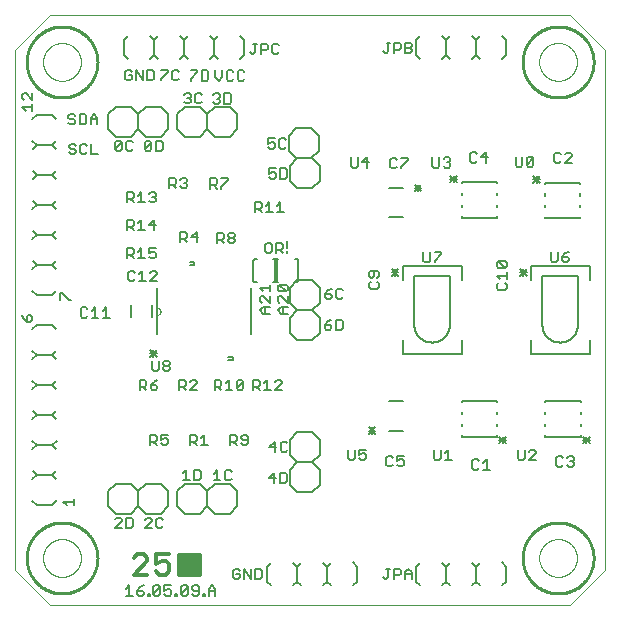
<source format=gto>
G75*
%MOIN*%
%OFA0B0*%
%FSLAX25Y25*%
%IPPOS*%
%LPD*%
%AMOC8*
5,1,8,0,0,1.08239X$1,22.5*
%
%ADD10C,0.00600*%
%ADD11C,0.01200*%
%ADD12C,0.01600*%
%ADD13C,0.00500*%
%ADD14C,0.00000*%
%ADD15C,0.01000*%
%ADD16C,0.00800*%
D10*
X0016143Y0043325D02*
X0017643Y0041925D01*
X0022643Y0041925D01*
X0024343Y0043425D01*
X0026497Y0042934D02*
X0027631Y0041800D01*
X0026497Y0042934D02*
X0029900Y0042934D01*
X0029900Y0041800D02*
X0029900Y0044069D01*
X0024143Y0050525D02*
X0022643Y0051925D01*
X0024143Y0053325D01*
X0022643Y0051925D02*
X0017643Y0051925D01*
X0016243Y0053325D01*
X0017643Y0051925D02*
X0016143Y0050525D01*
X0016143Y0060525D02*
X0017643Y0061925D01*
X0022643Y0061925D01*
X0024143Y0060525D01*
X0022643Y0061925D02*
X0024243Y0063325D01*
X0017643Y0061925D02*
X0016143Y0063325D01*
X0015943Y0070525D02*
X0017643Y0071925D01*
X0016243Y0073325D01*
X0017643Y0071925D02*
X0022643Y0071925D01*
X0024143Y0073325D01*
X0022643Y0071925D02*
X0024143Y0070525D01*
X0024143Y0080525D02*
X0022643Y0081925D01*
X0024143Y0083325D01*
X0022643Y0081925D02*
X0017643Y0081925D01*
X0016043Y0083325D01*
X0017643Y0081925D02*
X0016043Y0080525D01*
X0016043Y0090525D02*
X0017643Y0091925D01*
X0022643Y0091925D01*
X0024143Y0090525D01*
X0022643Y0091925D02*
X0024143Y0093325D01*
X0017643Y0091925D02*
X0016143Y0093325D01*
X0016143Y0100525D02*
X0017643Y0101925D01*
X0022643Y0101925D01*
X0024043Y0100525D01*
X0032250Y0104926D02*
X0032250Y0107195D01*
X0032818Y0107762D01*
X0033952Y0107762D01*
X0034519Y0107195D01*
X0035934Y0106628D02*
X0037068Y0107762D01*
X0037068Y0104359D01*
X0035934Y0104359D02*
X0038202Y0104359D01*
X0039617Y0104359D02*
X0041885Y0104359D01*
X0040751Y0104359D02*
X0040751Y0107762D01*
X0039617Y0106628D01*
X0034519Y0104926D02*
X0033952Y0104359D01*
X0032818Y0104359D01*
X0032250Y0104926D01*
X0028900Y0110200D02*
X0028333Y0110200D01*
X0026064Y0112469D01*
X0025497Y0112469D01*
X0025497Y0110200D01*
X0022725Y0111925D02*
X0017725Y0111925D01*
X0016143Y0113325D01*
X0022725Y0111925D02*
X0024043Y0113325D01*
X0024043Y0120525D02*
X0022643Y0121925D01*
X0024043Y0123325D01*
X0022643Y0121925D02*
X0017643Y0121925D01*
X0016343Y0123225D01*
X0017643Y0121925D02*
X0016143Y0120525D01*
X0016143Y0130525D02*
X0017643Y0131925D01*
X0022643Y0131925D01*
X0024043Y0130525D01*
X0022643Y0131925D02*
X0024043Y0133325D01*
X0017643Y0131925D02*
X0016243Y0133325D01*
X0016143Y0140525D02*
X0017643Y0141925D01*
X0016343Y0143225D01*
X0017643Y0141925D02*
X0022643Y0141925D01*
X0024043Y0143325D01*
X0022643Y0141925D02*
X0024043Y0140525D01*
X0023943Y0150625D02*
X0022643Y0151925D01*
X0024043Y0153325D01*
X0022643Y0151925D02*
X0017643Y0151925D01*
X0016243Y0153325D01*
X0017643Y0151925D02*
X0016343Y0150625D01*
X0016243Y0160625D02*
X0017643Y0161925D01*
X0016143Y0163325D01*
X0017643Y0161925D02*
X0022643Y0161925D01*
X0023943Y0163225D01*
X0022643Y0161925D02*
X0024043Y0160525D01*
X0028400Y0161169D02*
X0028967Y0160601D01*
X0030101Y0160601D01*
X0030669Y0160034D01*
X0030669Y0159467D01*
X0030101Y0158900D01*
X0028967Y0158900D01*
X0028400Y0159467D01*
X0028400Y0161169D02*
X0028400Y0161736D01*
X0028967Y0162303D01*
X0030101Y0162303D01*
X0030669Y0161736D01*
X0032083Y0161736D02*
X0032083Y0159467D01*
X0032650Y0158900D01*
X0033785Y0158900D01*
X0034352Y0159467D01*
X0035766Y0158900D02*
X0038035Y0158900D01*
X0035766Y0158900D02*
X0035766Y0162303D01*
X0034352Y0161736D02*
X0033785Y0162303D01*
X0032650Y0162303D01*
X0032083Y0161736D01*
X0031883Y0168800D02*
X0033585Y0168800D01*
X0034152Y0169367D01*
X0034152Y0171636D01*
X0033585Y0172203D01*
X0031883Y0172203D01*
X0031883Y0168800D01*
X0030469Y0169367D02*
X0029901Y0168800D01*
X0028767Y0168800D01*
X0028200Y0169367D01*
X0028767Y0170501D02*
X0028200Y0171069D01*
X0028200Y0171636D01*
X0028767Y0172203D01*
X0029901Y0172203D01*
X0030469Y0171636D01*
X0029901Y0170501D02*
X0030469Y0169934D01*
X0030469Y0169367D01*
X0029901Y0170501D02*
X0028767Y0170501D01*
X0024043Y0170525D02*
X0022643Y0171925D01*
X0017643Y0171925D01*
X0016143Y0170525D01*
X0016200Y0173300D02*
X0016200Y0175569D01*
X0016200Y0174434D02*
X0012797Y0174434D01*
X0013931Y0173300D01*
X0013364Y0176983D02*
X0012797Y0177550D01*
X0012797Y0178685D01*
X0013364Y0179252D01*
X0013931Y0179252D01*
X0016200Y0176983D01*
X0016200Y0179252D01*
X0035566Y0171069D02*
X0035566Y0168800D01*
X0035566Y0170501D02*
X0037835Y0170501D01*
X0037835Y0171069D02*
X0037835Y0168800D01*
X0037835Y0171069D02*
X0036701Y0172203D01*
X0035566Y0171069D01*
X0041500Y0172200D02*
X0041500Y0167200D01*
X0044000Y0164700D01*
X0049000Y0164700D01*
X0051500Y0167200D01*
X0054000Y0164700D01*
X0059000Y0164700D01*
X0061500Y0167200D01*
X0061500Y0172200D01*
X0059000Y0174700D01*
X0054000Y0174700D01*
X0051500Y0172200D01*
X0051500Y0167200D01*
X0051500Y0172200D01*
X0049000Y0174700D01*
X0044000Y0174700D01*
X0041500Y0172200D01*
X0044267Y0163403D02*
X0045401Y0163403D01*
X0045969Y0162836D01*
X0043700Y0160567D01*
X0044267Y0160000D01*
X0045401Y0160000D01*
X0045969Y0160567D01*
X0045969Y0162836D01*
X0047383Y0162836D02*
X0047383Y0160567D01*
X0047950Y0160000D01*
X0049085Y0160000D01*
X0049652Y0160567D01*
X0049652Y0162836D02*
X0049085Y0163403D01*
X0047950Y0163403D01*
X0047383Y0162836D01*
X0044267Y0163403D02*
X0043700Y0162836D01*
X0043700Y0160567D01*
X0053600Y0160467D02*
X0054167Y0159900D01*
X0055301Y0159900D01*
X0055869Y0160467D01*
X0055869Y0162736D01*
X0053600Y0160467D01*
X0053600Y0162736D01*
X0054167Y0163303D01*
X0055301Y0163303D01*
X0055869Y0162736D01*
X0057283Y0163303D02*
X0058985Y0163303D01*
X0059552Y0162736D01*
X0059552Y0160467D01*
X0058985Y0159900D01*
X0057283Y0159900D01*
X0057283Y0163303D01*
X0064500Y0167200D02*
X0067000Y0164700D01*
X0072000Y0164700D01*
X0074500Y0167200D01*
X0077000Y0164700D01*
X0082000Y0164700D01*
X0084500Y0167200D01*
X0084500Y0172200D01*
X0082000Y0174700D01*
X0077000Y0174700D01*
X0074500Y0172200D01*
X0074500Y0167200D01*
X0074500Y0172200D01*
X0072000Y0174700D01*
X0067000Y0174700D01*
X0064500Y0172200D01*
X0064500Y0167200D01*
X0067267Y0175800D02*
X0066700Y0176367D01*
X0067267Y0175800D02*
X0068401Y0175800D01*
X0068969Y0176367D01*
X0068969Y0176934D01*
X0068401Y0177501D01*
X0067834Y0177501D01*
X0068401Y0177501D02*
X0068969Y0178069D01*
X0068969Y0178636D01*
X0068401Y0179203D01*
X0067267Y0179203D01*
X0066700Y0178636D01*
X0070383Y0178636D02*
X0070383Y0176367D01*
X0070950Y0175800D01*
X0072085Y0175800D01*
X0072652Y0176367D01*
X0072652Y0178636D02*
X0072085Y0179203D01*
X0070950Y0179203D01*
X0070383Y0178636D01*
X0068900Y0183400D02*
X0068900Y0183967D01*
X0071169Y0186236D01*
X0071169Y0186803D01*
X0068900Y0186803D01*
X0072583Y0186803D02*
X0072583Y0183400D01*
X0074285Y0183400D01*
X0074852Y0183967D01*
X0074852Y0186236D01*
X0074285Y0186803D01*
X0072583Y0186803D01*
X0075300Y0190500D02*
X0076700Y0191900D01*
X0078100Y0190500D01*
X0076700Y0191900D02*
X0076700Y0196900D01*
X0078100Y0198300D01*
X0076700Y0196900D02*
X0075300Y0198300D01*
X0068100Y0198300D02*
X0066700Y0196900D01*
X0066700Y0191900D01*
X0065300Y0190500D01*
X0066700Y0191900D02*
X0068100Y0190500D01*
X0064385Y0186903D02*
X0063250Y0186903D01*
X0062683Y0186336D01*
X0062683Y0184067D01*
X0063250Y0183500D01*
X0064385Y0183500D01*
X0064952Y0184067D01*
X0064952Y0186336D02*
X0064385Y0186903D01*
X0061269Y0186903D02*
X0061269Y0186336D01*
X0059000Y0184067D01*
X0059000Y0183500D01*
X0056735Y0184067D02*
X0056735Y0186336D01*
X0056168Y0186903D01*
X0054466Y0186903D01*
X0054466Y0183500D01*
X0056168Y0183500D01*
X0056735Y0184067D01*
X0059000Y0186903D02*
X0061269Y0186903D01*
X0058100Y0190500D02*
X0056700Y0191900D01*
X0055300Y0190500D01*
X0056700Y0191900D02*
X0056700Y0196900D01*
X0058100Y0198300D01*
X0056700Y0196900D02*
X0055300Y0198300D01*
X0048100Y0198300D02*
X0046700Y0196900D01*
X0046700Y0191900D01*
X0048100Y0190500D01*
X0047667Y0186903D02*
X0047100Y0186336D01*
X0047100Y0184067D01*
X0047667Y0183500D01*
X0048801Y0183500D01*
X0049369Y0184067D01*
X0049369Y0185201D01*
X0048234Y0185201D01*
X0049369Y0186336D02*
X0048801Y0186903D01*
X0047667Y0186903D01*
X0050783Y0186903D02*
X0050783Y0183500D01*
X0053052Y0183500D02*
X0050783Y0186903D01*
X0053052Y0186903D02*
X0053052Y0183500D01*
X0066700Y0196900D02*
X0065300Y0198300D01*
X0077200Y0186803D02*
X0077200Y0184534D01*
X0078334Y0183400D01*
X0079469Y0184534D01*
X0079469Y0186803D01*
X0080883Y0186236D02*
X0080883Y0183967D01*
X0081450Y0183400D01*
X0082585Y0183400D01*
X0083152Y0183967D01*
X0084566Y0183967D02*
X0085133Y0183400D01*
X0086268Y0183400D01*
X0086835Y0183967D01*
X0084566Y0183967D02*
X0084566Y0186236D01*
X0085133Y0186803D01*
X0086268Y0186803D01*
X0086835Y0186236D01*
X0083152Y0186236D02*
X0082585Y0186803D01*
X0081450Y0186803D01*
X0080883Y0186236D01*
X0085300Y0190500D02*
X0086700Y0191900D01*
X0086700Y0196900D01*
X0085300Y0198300D01*
X0089834Y0195703D02*
X0090969Y0195703D01*
X0090401Y0195703D02*
X0090401Y0192867D01*
X0089834Y0192300D01*
X0089267Y0192300D01*
X0088700Y0192867D01*
X0092383Y0192300D02*
X0092383Y0195703D01*
X0094085Y0195703D01*
X0094652Y0195136D01*
X0094652Y0194001D01*
X0094085Y0193434D01*
X0092383Y0193434D01*
X0096066Y0192867D02*
X0096633Y0192300D01*
X0097768Y0192300D01*
X0098335Y0192867D01*
X0096066Y0192867D02*
X0096066Y0195136D01*
X0096633Y0195703D01*
X0097768Y0195703D01*
X0098335Y0195136D01*
X0081885Y0179103D02*
X0082452Y0178536D01*
X0082452Y0176267D01*
X0081885Y0175700D01*
X0080183Y0175700D01*
X0080183Y0179103D01*
X0081885Y0179103D01*
X0078769Y0178536D02*
X0078769Y0177969D01*
X0078201Y0177401D01*
X0078769Y0176834D01*
X0078769Y0176267D01*
X0078201Y0175700D01*
X0077067Y0175700D01*
X0076500Y0176267D01*
X0077634Y0177401D02*
X0078201Y0177401D01*
X0078769Y0178536D02*
X0078201Y0179103D01*
X0077067Y0179103D01*
X0076500Y0178536D01*
X0094800Y0164103D02*
X0094800Y0162401D01*
X0095934Y0162969D01*
X0096501Y0162969D01*
X0097069Y0162401D01*
X0097069Y0161267D01*
X0096501Y0160700D01*
X0095367Y0160700D01*
X0094800Y0161267D01*
X0094800Y0164103D02*
X0097069Y0164103D01*
X0098483Y0163536D02*
X0098483Y0161267D01*
X0099050Y0160700D01*
X0100185Y0160700D01*
X0100752Y0161267D01*
X0101600Y0160000D02*
X0104100Y0157500D01*
X0109100Y0157500D01*
X0111600Y0160000D01*
X0111600Y0165000D01*
X0109100Y0167500D01*
X0104100Y0167500D01*
X0101600Y0165000D01*
X0101600Y0160000D01*
X0100752Y0163536D02*
X0100185Y0164103D01*
X0099050Y0164103D01*
X0098483Y0163536D01*
X0104400Y0157500D02*
X0101900Y0155000D01*
X0101900Y0150000D01*
X0104400Y0147500D01*
X0109400Y0147500D01*
X0111900Y0150000D01*
X0111900Y0155000D01*
X0109400Y0157500D01*
X0104400Y0157500D01*
X0100952Y0153536D02*
X0100385Y0154103D01*
X0098683Y0154103D01*
X0098683Y0150700D01*
X0100385Y0150700D01*
X0100952Y0151267D01*
X0100952Y0153536D01*
X0097269Y0154103D02*
X0095000Y0154103D01*
X0095000Y0152401D01*
X0096134Y0152969D01*
X0096701Y0152969D01*
X0097269Y0152401D01*
X0097269Y0151267D01*
X0096701Y0150700D01*
X0095567Y0150700D01*
X0095000Y0151267D01*
X0095169Y0142837D02*
X0095169Y0139434D01*
X0094035Y0139434D02*
X0096304Y0139434D01*
X0097718Y0139434D02*
X0099987Y0139434D01*
X0098853Y0139434D02*
X0098853Y0142837D01*
X0097718Y0141702D01*
X0095169Y0142837D02*
X0094035Y0141702D01*
X0092621Y0141135D02*
X0092053Y0140568D01*
X0090352Y0140568D01*
X0090352Y0139434D02*
X0090352Y0142837D01*
X0092053Y0142837D01*
X0092621Y0142270D01*
X0092621Y0141135D01*
X0091486Y0140568D02*
X0092621Y0139434D01*
X0083726Y0132102D02*
X0083726Y0131535D01*
X0083159Y0130968D01*
X0082024Y0130968D01*
X0081457Y0131535D01*
X0081457Y0132102D01*
X0082024Y0132669D01*
X0083159Y0132669D01*
X0083726Y0132102D01*
X0083159Y0130968D02*
X0083726Y0130400D01*
X0083726Y0129833D01*
X0083159Y0129266D01*
X0082024Y0129266D01*
X0081457Y0129833D01*
X0081457Y0130400D01*
X0082024Y0130968D01*
X0080043Y0130968D02*
X0079475Y0130400D01*
X0077774Y0130400D01*
X0077774Y0129266D02*
X0077774Y0132669D01*
X0079475Y0132669D01*
X0080043Y0132102D01*
X0080043Y0130968D01*
X0078908Y0130400D02*
X0080043Y0129266D01*
X0071452Y0131201D02*
X0069183Y0131201D01*
X0070885Y0132903D01*
X0070885Y0129500D01*
X0067769Y0129500D02*
X0066634Y0130634D01*
X0067201Y0130634D02*
X0065500Y0130634D01*
X0065500Y0129500D02*
X0065500Y0132903D01*
X0067201Y0132903D01*
X0067769Y0132336D01*
X0067769Y0131201D01*
X0067201Y0130634D01*
X0068700Y0122900D02*
X0070200Y0122900D01*
X0070200Y0121900D01*
X0068700Y0121900D01*
X0057636Y0119366D02*
X0057069Y0119934D01*
X0055934Y0119934D01*
X0055367Y0119366D01*
X0057636Y0119366D02*
X0057636Y0118799D01*
X0055367Y0116531D01*
X0057636Y0116531D01*
X0057700Y0114100D02*
X0057700Y0107700D01*
X0057700Y0105300D01*
X0057700Y0098900D01*
X0057569Y0093636D02*
X0055300Y0091367D01*
X0056434Y0091367D02*
X0056434Y0093636D01*
X0055300Y0093636D02*
X0057569Y0091367D01*
X0057569Y0092501D02*
X0055300Y0092501D01*
X0056104Y0090073D02*
X0056104Y0087237D01*
X0056671Y0086670D01*
X0057805Y0086670D01*
X0058373Y0087237D01*
X0058373Y0090073D01*
X0059787Y0089506D02*
X0059787Y0088939D01*
X0060354Y0088372D01*
X0061489Y0088372D01*
X0062056Y0087804D01*
X0062056Y0087237D01*
X0061489Y0086670D01*
X0060354Y0086670D01*
X0059787Y0087237D01*
X0059787Y0087804D01*
X0060354Y0088372D01*
X0061489Y0088372D02*
X0062056Y0088939D01*
X0062056Y0089506D01*
X0061489Y0090073D01*
X0060354Y0090073D01*
X0059787Y0089506D01*
X0057852Y0083603D02*
X0056717Y0083036D01*
X0055583Y0081901D01*
X0057285Y0081901D01*
X0057852Y0081334D01*
X0057852Y0080767D01*
X0057285Y0080200D01*
X0056150Y0080200D01*
X0055583Y0080767D01*
X0055583Y0081901D01*
X0054169Y0081901D02*
X0054169Y0083036D01*
X0053601Y0083603D01*
X0051900Y0083603D01*
X0051900Y0080200D01*
X0051900Y0081334D02*
X0053601Y0081334D01*
X0054169Y0081901D01*
X0053034Y0081334D02*
X0054169Y0080200D01*
X0065100Y0080200D02*
X0065100Y0083603D01*
X0066801Y0083603D01*
X0067369Y0083036D01*
X0067369Y0081901D01*
X0066801Y0081334D01*
X0065100Y0081334D01*
X0066234Y0081334D02*
X0067369Y0080200D01*
X0068783Y0080200D02*
X0071052Y0082469D01*
X0071052Y0083036D01*
X0070485Y0083603D01*
X0069350Y0083603D01*
X0068783Y0083036D01*
X0068783Y0080200D02*
X0071052Y0080200D01*
X0076900Y0080200D02*
X0076900Y0083603D01*
X0078601Y0083603D01*
X0079169Y0083036D01*
X0079169Y0081901D01*
X0078601Y0081334D01*
X0076900Y0081334D01*
X0078034Y0081334D02*
X0079169Y0080200D01*
X0080583Y0080200D02*
X0082852Y0080200D01*
X0081717Y0080200D02*
X0081717Y0083603D01*
X0080583Y0082469D01*
X0084266Y0083036D02*
X0084266Y0080767D01*
X0086535Y0083036D01*
X0086535Y0080767D01*
X0085968Y0080200D01*
X0084833Y0080200D01*
X0084266Y0080767D01*
X0084266Y0083036D02*
X0084833Y0083603D01*
X0085968Y0083603D01*
X0086535Y0083036D01*
X0089700Y0083603D02*
X0089700Y0080200D01*
X0089700Y0081334D02*
X0091401Y0081334D01*
X0091969Y0081901D01*
X0091969Y0083036D01*
X0091401Y0083603D01*
X0089700Y0083603D01*
X0090834Y0081334D02*
X0091969Y0080200D01*
X0093383Y0080200D02*
X0095652Y0080200D01*
X0094517Y0080200D02*
X0094517Y0083603D01*
X0093383Y0082469D01*
X0097066Y0083036D02*
X0097633Y0083603D01*
X0098768Y0083603D01*
X0099335Y0083036D01*
X0099335Y0082469D01*
X0097066Y0080200D01*
X0099335Y0080200D01*
X0104500Y0066200D02*
X0102000Y0063700D01*
X0102000Y0058700D01*
X0104500Y0056200D01*
X0102000Y0053700D01*
X0102000Y0048700D01*
X0104500Y0046200D01*
X0109500Y0046200D01*
X0112000Y0048700D01*
X0112000Y0053700D01*
X0109500Y0056200D01*
X0104500Y0056200D01*
X0109500Y0056200D01*
X0112000Y0058700D01*
X0112000Y0063700D01*
X0109500Y0066200D01*
X0104500Y0066200D01*
X0101152Y0062436D02*
X0100585Y0063003D01*
X0099450Y0063003D01*
X0098883Y0062436D01*
X0098883Y0060167D01*
X0099450Y0059600D01*
X0100585Y0059600D01*
X0101152Y0060167D01*
X0097469Y0061301D02*
X0095200Y0061301D01*
X0096901Y0063003D01*
X0096901Y0059600D01*
X0096801Y0052703D02*
X0095100Y0051001D01*
X0097369Y0051001D01*
X0096801Y0049300D02*
X0096801Y0052703D01*
X0098783Y0052703D02*
X0100485Y0052703D01*
X0101052Y0052136D01*
X0101052Y0049867D01*
X0100485Y0049300D01*
X0098783Y0049300D01*
X0098783Y0052703D01*
X0087952Y0062467D02*
X0087952Y0064736D01*
X0087385Y0065303D01*
X0086250Y0065303D01*
X0085683Y0064736D01*
X0085683Y0064169D01*
X0086250Y0063601D01*
X0087952Y0063601D01*
X0087952Y0062467D02*
X0087385Y0061900D01*
X0086250Y0061900D01*
X0085683Y0062467D01*
X0084269Y0061900D02*
X0083134Y0063034D01*
X0083701Y0063034D02*
X0082000Y0063034D01*
X0082000Y0061900D02*
X0082000Y0065303D01*
X0083701Y0065303D01*
X0084269Y0064736D01*
X0084269Y0063601D01*
X0083701Y0063034D01*
X0074652Y0061900D02*
X0072383Y0061900D01*
X0073517Y0061900D02*
X0073517Y0065303D01*
X0072383Y0064169D01*
X0070969Y0064736D02*
X0070401Y0065303D01*
X0068700Y0065303D01*
X0068700Y0061900D01*
X0068700Y0063034D02*
X0070401Y0063034D01*
X0070969Y0063601D01*
X0070969Y0064736D01*
X0069834Y0063034D02*
X0070969Y0061900D01*
X0071785Y0053603D02*
X0070083Y0053603D01*
X0070083Y0050200D01*
X0071785Y0050200D01*
X0072352Y0050767D01*
X0072352Y0053036D01*
X0071785Y0053603D01*
X0067534Y0053603D02*
X0067534Y0050200D01*
X0066400Y0050200D02*
X0068669Y0050200D01*
X0067000Y0049000D02*
X0064500Y0046500D01*
X0064500Y0041500D01*
X0067000Y0039000D01*
X0072000Y0039000D01*
X0074500Y0041500D01*
X0074500Y0046500D01*
X0072000Y0049000D01*
X0067000Y0049000D01*
X0066400Y0052469D02*
X0067534Y0053603D01*
X0061500Y0046500D02*
X0061500Y0041500D01*
X0059000Y0039000D01*
X0054000Y0039000D01*
X0051500Y0041500D01*
X0049000Y0039000D01*
X0044000Y0039000D01*
X0041500Y0041500D01*
X0041500Y0046500D01*
X0044000Y0049000D01*
X0049000Y0049000D01*
X0051500Y0046500D01*
X0051500Y0041500D01*
X0051500Y0046500D01*
X0054000Y0049000D01*
X0059000Y0049000D01*
X0061500Y0046500D01*
X0059085Y0037603D02*
X0057950Y0037603D01*
X0057383Y0037036D01*
X0057383Y0034767D01*
X0057950Y0034200D01*
X0059085Y0034200D01*
X0059652Y0034767D01*
X0059652Y0037036D02*
X0059085Y0037603D01*
X0055969Y0037036D02*
X0055401Y0037603D01*
X0054267Y0037603D01*
X0053700Y0037036D01*
X0055969Y0037036D02*
X0055969Y0036469D01*
X0053700Y0034200D01*
X0055969Y0034200D01*
X0049652Y0034867D02*
X0049652Y0037136D01*
X0049085Y0037703D01*
X0047383Y0037703D01*
X0047383Y0034300D01*
X0049085Y0034300D01*
X0049652Y0034867D01*
X0045969Y0034300D02*
X0043700Y0034300D01*
X0045969Y0036569D01*
X0045969Y0037136D01*
X0045401Y0037703D01*
X0044267Y0037703D01*
X0043700Y0037136D01*
X0048434Y0015103D02*
X0048434Y0011700D01*
X0047300Y0011700D02*
X0049569Y0011700D01*
X0050983Y0012267D02*
X0050983Y0013401D01*
X0052685Y0013401D01*
X0053252Y0012834D01*
X0053252Y0012267D01*
X0052685Y0011700D01*
X0051550Y0011700D01*
X0050983Y0012267D01*
X0050983Y0013401D02*
X0052117Y0014536D01*
X0053252Y0015103D01*
X0054666Y0012267D02*
X0055233Y0012267D01*
X0055233Y0011700D01*
X0054666Y0011700D01*
X0054666Y0012267D01*
X0056508Y0012267D02*
X0056508Y0014536D01*
X0057075Y0015103D01*
X0058209Y0015103D01*
X0058776Y0014536D01*
X0056508Y0012267D01*
X0057075Y0011700D01*
X0058209Y0011700D01*
X0058776Y0012267D01*
X0058776Y0014536D01*
X0060191Y0015103D02*
X0060191Y0013401D01*
X0061325Y0013969D01*
X0061892Y0013969D01*
X0062460Y0013401D01*
X0062460Y0012267D01*
X0061892Y0011700D01*
X0060758Y0011700D01*
X0060191Y0012267D01*
X0060191Y0015103D02*
X0062460Y0015103D01*
X0063874Y0012267D02*
X0064441Y0012267D01*
X0064441Y0011700D01*
X0063874Y0011700D01*
X0063874Y0012267D01*
X0065716Y0012267D02*
X0065716Y0014536D01*
X0066283Y0015103D01*
X0067417Y0015103D01*
X0067984Y0014536D01*
X0065716Y0012267D01*
X0066283Y0011700D01*
X0067417Y0011700D01*
X0067984Y0012267D01*
X0067984Y0014536D01*
X0069399Y0014536D02*
X0069399Y0013969D01*
X0069966Y0013401D01*
X0071667Y0013401D01*
X0071667Y0012267D02*
X0071667Y0014536D01*
X0071100Y0015103D01*
X0069966Y0015103D01*
X0069399Y0014536D01*
X0069399Y0012267D02*
X0069966Y0011700D01*
X0071100Y0011700D01*
X0071667Y0012267D01*
X0073082Y0012267D02*
X0073649Y0012267D01*
X0073649Y0011700D01*
X0073082Y0011700D01*
X0073082Y0012267D01*
X0074924Y0011700D02*
X0074924Y0013969D01*
X0076058Y0015103D01*
X0077192Y0013969D01*
X0077192Y0011700D01*
X0077192Y0013401D02*
X0074924Y0013401D01*
X0083000Y0017767D02*
X0083567Y0017200D01*
X0084701Y0017200D01*
X0085269Y0017767D01*
X0085269Y0018901D01*
X0084134Y0018901D01*
X0083000Y0017767D02*
X0083000Y0020036D01*
X0083567Y0020603D01*
X0084701Y0020603D01*
X0085269Y0020036D01*
X0086683Y0020603D02*
X0088952Y0017200D01*
X0088952Y0020603D01*
X0090366Y0020603D02*
X0090366Y0017200D01*
X0092068Y0017200D01*
X0092635Y0017767D01*
X0092635Y0020036D01*
X0092068Y0020603D01*
X0090366Y0020603D01*
X0086683Y0020603D02*
X0086683Y0017200D01*
X0094500Y0016400D02*
X0095800Y0015100D01*
X0094500Y0016400D02*
X0094500Y0021400D01*
X0095800Y0022700D01*
X0103200Y0022700D02*
X0104500Y0021400D01*
X0105800Y0022700D01*
X0104500Y0021400D02*
X0104500Y0016400D01*
X0105800Y0015100D01*
X0104500Y0016400D02*
X0103200Y0015100D01*
X0113200Y0015200D02*
X0114500Y0016400D01*
X0115800Y0015100D01*
X0114500Y0016400D02*
X0114500Y0021400D01*
X0115800Y0022600D01*
X0114500Y0021400D02*
X0113200Y0022700D01*
X0123200Y0022800D02*
X0124500Y0021400D01*
X0124500Y0016400D01*
X0123200Y0015100D01*
X0133000Y0017867D02*
X0133567Y0017300D01*
X0134134Y0017300D01*
X0134701Y0017867D01*
X0134701Y0020703D01*
X0134134Y0020703D02*
X0135269Y0020703D01*
X0136683Y0020703D02*
X0138385Y0020703D01*
X0138952Y0020136D01*
X0138952Y0019001D01*
X0138385Y0018434D01*
X0136683Y0018434D01*
X0136683Y0017300D02*
X0136683Y0020703D01*
X0140366Y0019569D02*
X0140366Y0017300D01*
X0140366Y0019001D02*
X0142635Y0019001D01*
X0142635Y0019569D02*
X0142635Y0017300D01*
X0144100Y0016400D02*
X0145400Y0015100D01*
X0144100Y0016400D02*
X0144100Y0021400D01*
X0145400Y0022700D01*
X0142635Y0019569D02*
X0141501Y0020703D01*
X0140366Y0019569D01*
X0152800Y0022700D02*
X0154100Y0021400D01*
X0155400Y0022700D01*
X0154100Y0021400D02*
X0154100Y0016400D01*
X0155400Y0015100D01*
X0154100Y0016400D02*
X0152800Y0015100D01*
X0162800Y0015200D02*
X0164100Y0016400D01*
X0165400Y0015100D01*
X0164100Y0016400D02*
X0164100Y0021400D01*
X0165400Y0022600D01*
X0164100Y0021400D02*
X0162800Y0022700D01*
X0172800Y0022800D02*
X0174100Y0021400D01*
X0174100Y0016400D01*
X0172800Y0015100D01*
X0168680Y0053733D02*
X0166411Y0053733D01*
X0167546Y0053733D02*
X0167546Y0057136D01*
X0166411Y0056002D01*
X0164997Y0056569D02*
X0164430Y0057136D01*
X0163295Y0057136D01*
X0162728Y0056569D01*
X0162728Y0054300D01*
X0163295Y0053733D01*
X0164430Y0053733D01*
X0164997Y0054300D01*
X0171856Y0062467D02*
X0174125Y0064736D01*
X0172991Y0064736D02*
X0172991Y0062467D01*
X0174125Y0062467D02*
X0171856Y0064736D01*
X0171856Y0063601D02*
X0174125Y0063601D01*
X0177942Y0060279D02*
X0177942Y0057444D01*
X0178509Y0056876D01*
X0179643Y0056876D01*
X0180210Y0057444D01*
X0180210Y0060279D01*
X0181625Y0059712D02*
X0182192Y0060279D01*
X0183326Y0060279D01*
X0183893Y0059712D01*
X0183893Y0059145D01*
X0181625Y0056876D01*
X0183893Y0056876D01*
X0190676Y0057569D02*
X0190676Y0055300D01*
X0191244Y0054733D01*
X0192378Y0054733D01*
X0192945Y0055300D01*
X0194360Y0055300D02*
X0194927Y0054733D01*
X0196061Y0054733D01*
X0196628Y0055300D01*
X0196628Y0055867D01*
X0196061Y0056435D01*
X0195494Y0056435D01*
X0196061Y0056435D02*
X0196628Y0057002D01*
X0196628Y0057569D01*
X0196061Y0058136D01*
X0194927Y0058136D01*
X0194360Y0057569D01*
X0192945Y0057569D02*
X0192378Y0058136D01*
X0191244Y0058136D01*
X0190676Y0057569D01*
X0199656Y0062467D02*
X0201925Y0064736D01*
X0200791Y0064736D02*
X0200791Y0062467D01*
X0201925Y0062467D02*
X0199656Y0064736D01*
X0199656Y0063601D02*
X0201925Y0063601D01*
X0155893Y0056976D02*
X0153625Y0056976D01*
X0154759Y0056976D02*
X0154759Y0060379D01*
X0153625Y0059245D01*
X0152210Y0060379D02*
X0152210Y0057544D01*
X0151643Y0056976D01*
X0150509Y0056976D01*
X0149942Y0057544D01*
X0149942Y0060379D01*
X0139935Y0058244D02*
X0137666Y0058244D01*
X0137666Y0056542D01*
X0138801Y0057110D01*
X0139368Y0057110D01*
X0139935Y0056542D01*
X0139935Y0055408D01*
X0139368Y0054841D01*
X0138234Y0054841D01*
X0137666Y0055408D01*
X0136252Y0055408D02*
X0135685Y0054841D01*
X0134550Y0054841D01*
X0133983Y0055408D01*
X0133983Y0057677D01*
X0134550Y0058244D01*
X0135685Y0058244D01*
X0136252Y0057677D01*
X0127390Y0057507D02*
X0126822Y0056940D01*
X0125688Y0056940D01*
X0125121Y0057507D01*
X0125121Y0058642D02*
X0126255Y0059209D01*
X0126822Y0059209D01*
X0127390Y0058642D01*
X0127390Y0057507D01*
X0125121Y0058642D02*
X0125121Y0060343D01*
X0127390Y0060343D01*
X0123706Y0060343D02*
X0123706Y0057507D01*
X0123139Y0056940D01*
X0122005Y0056940D01*
X0121438Y0057507D01*
X0121438Y0060343D01*
X0128251Y0065593D02*
X0130519Y0067862D01*
X0129385Y0067862D02*
X0129385Y0065593D01*
X0130519Y0065593D02*
X0128251Y0067862D01*
X0128251Y0066727D02*
X0130519Y0066727D01*
X0109500Y0096900D02*
X0104500Y0096900D01*
X0102000Y0099400D01*
X0102000Y0104400D01*
X0104500Y0106900D01*
X0109500Y0106900D01*
X0112000Y0109400D01*
X0112000Y0114400D01*
X0109500Y0116900D01*
X0104500Y0116900D01*
X0102000Y0114400D01*
X0102000Y0109400D01*
X0104500Y0106900D01*
X0109500Y0106900D01*
X0112000Y0104400D01*
X0112000Y0099400D01*
X0109500Y0096900D01*
X0113600Y0100867D02*
X0113600Y0102001D01*
X0115301Y0102001D01*
X0115869Y0101434D01*
X0115869Y0100867D01*
X0115301Y0100300D01*
X0114167Y0100300D01*
X0113600Y0100867D01*
X0113600Y0102001D02*
X0114734Y0103136D01*
X0115869Y0103703D01*
X0117283Y0103703D02*
X0118985Y0103703D01*
X0119552Y0103136D01*
X0119552Y0100867D01*
X0118985Y0100300D01*
X0117283Y0100300D01*
X0117283Y0103703D01*
X0117950Y0110600D02*
X0119085Y0110600D01*
X0119652Y0111167D01*
X0117950Y0110600D02*
X0117383Y0111167D01*
X0117383Y0113436D01*
X0117950Y0114003D01*
X0119085Y0114003D01*
X0119652Y0113436D01*
X0115969Y0114003D02*
X0114834Y0113436D01*
X0113700Y0112301D01*
X0115401Y0112301D01*
X0115969Y0111734D01*
X0115969Y0111167D01*
X0115401Y0110600D01*
X0114267Y0110600D01*
X0113700Y0111167D01*
X0113700Y0112301D01*
X0101300Y0111677D02*
X0101300Y0109408D01*
X0099031Y0111677D01*
X0098464Y0111677D01*
X0097897Y0111110D01*
X0097897Y0109975D01*
X0098464Y0109408D01*
X0099031Y0107994D02*
X0101300Y0107994D01*
X0099599Y0107994D02*
X0099599Y0105725D01*
X0099031Y0105725D02*
X0097897Y0106859D01*
X0099031Y0107994D01*
X0099031Y0105725D02*
X0101300Y0105725D01*
X0095400Y0105725D02*
X0093131Y0105725D01*
X0091997Y0106859D01*
X0093131Y0107994D01*
X0095400Y0107994D01*
X0095400Y0109408D02*
X0093131Y0111677D01*
X0092564Y0111677D01*
X0091997Y0111110D01*
X0091997Y0109975D01*
X0092564Y0109408D01*
X0093699Y0107994D02*
X0093699Y0105725D01*
X0095400Y0109408D02*
X0095400Y0111677D01*
X0095400Y0113091D02*
X0095400Y0115360D01*
X0095400Y0114226D02*
X0091997Y0114226D01*
X0093131Y0113091D01*
X0088900Y0114100D02*
X0088900Y0098900D01*
X0083000Y0091100D02*
X0081500Y0091100D01*
X0081500Y0090100D02*
X0083000Y0090100D01*
X0083000Y0091100D01*
X0098464Y0113091D02*
X0097897Y0113659D01*
X0097897Y0114793D01*
X0098464Y0115360D01*
X0100733Y0113091D01*
X0101300Y0113659D01*
X0101300Y0114793D01*
X0100733Y0115360D01*
X0098464Y0115360D01*
X0098464Y0113091D02*
X0100733Y0113091D01*
X0101166Y0125900D02*
X0101166Y0126467D01*
X0101166Y0127601D02*
X0101166Y0129870D01*
X0099752Y0128736D02*
X0099752Y0127601D01*
X0099185Y0127034D01*
X0097483Y0127034D01*
X0097483Y0125900D02*
X0097483Y0129303D01*
X0099185Y0129303D01*
X0099752Y0128736D01*
X0098617Y0127034D02*
X0099752Y0125900D01*
X0096069Y0126467D02*
X0096069Y0128736D01*
X0095501Y0129303D01*
X0094367Y0129303D01*
X0093800Y0128736D01*
X0093800Y0126467D01*
X0094367Y0125900D01*
X0095501Y0125900D01*
X0096069Y0126467D01*
X0079194Y0147400D02*
X0079194Y0147967D01*
X0081463Y0150236D01*
X0081463Y0150803D01*
X0079194Y0150803D01*
X0077780Y0150236D02*
X0077780Y0149101D01*
X0077212Y0148534D01*
X0075511Y0148534D01*
X0075511Y0147400D02*
X0075511Y0150803D01*
X0077212Y0150803D01*
X0077780Y0150236D01*
X0076645Y0148534D02*
X0077780Y0147400D01*
X0067804Y0148101D02*
X0067237Y0147534D01*
X0066102Y0147534D01*
X0065535Y0148101D01*
X0064121Y0147534D02*
X0062986Y0148668D01*
X0063553Y0148668D02*
X0061852Y0148668D01*
X0061852Y0147534D02*
X0061852Y0150937D01*
X0063553Y0150937D01*
X0064121Y0150370D01*
X0064121Y0149235D01*
X0063553Y0148668D01*
X0065535Y0150370D02*
X0066102Y0150937D01*
X0067237Y0150937D01*
X0067804Y0150370D01*
X0067804Y0149802D01*
X0067237Y0149235D01*
X0067804Y0148668D01*
X0067804Y0148101D01*
X0067237Y0149235D02*
X0066669Y0149235D01*
X0057335Y0145636D02*
X0057335Y0145069D01*
X0056768Y0144501D01*
X0057335Y0143934D01*
X0057335Y0143367D01*
X0056768Y0142800D01*
X0055633Y0142800D01*
X0055066Y0143367D01*
X0053652Y0142800D02*
X0051383Y0142800D01*
X0052517Y0142800D02*
X0052517Y0146203D01*
X0051383Y0145069D01*
X0049969Y0145636D02*
X0049969Y0144501D01*
X0049401Y0143934D01*
X0047700Y0143934D01*
X0047700Y0142800D02*
X0047700Y0146203D01*
X0049401Y0146203D01*
X0049969Y0145636D01*
X0048834Y0143934D02*
X0049969Y0142800D01*
X0049401Y0136996D02*
X0047700Y0136996D01*
X0047700Y0133593D01*
X0047700Y0134727D02*
X0049401Y0134727D01*
X0049969Y0135294D01*
X0049969Y0136429D01*
X0049401Y0136996D01*
X0051383Y0135862D02*
X0052517Y0136996D01*
X0052517Y0133593D01*
X0051383Y0133593D02*
X0053652Y0133593D01*
X0055066Y0135294D02*
X0057335Y0135294D01*
X0056768Y0133593D02*
X0056768Y0136996D01*
X0055066Y0135294D01*
X0049969Y0133593D02*
X0048834Y0134727D01*
X0049401Y0127503D02*
X0047700Y0127503D01*
X0047700Y0124100D01*
X0047700Y0125234D02*
X0049401Y0125234D01*
X0049969Y0125801D01*
X0049969Y0126936D01*
X0049401Y0127503D01*
X0051383Y0126369D02*
X0052517Y0127503D01*
X0052517Y0124100D01*
X0051383Y0124100D02*
X0053652Y0124100D01*
X0055066Y0124667D02*
X0055633Y0124100D01*
X0056768Y0124100D01*
X0057335Y0124667D01*
X0057335Y0125801D01*
X0056768Y0126369D01*
X0056201Y0126369D01*
X0055066Y0125801D01*
X0055066Y0127503D01*
X0057335Y0127503D01*
X0049969Y0124100D02*
X0048834Y0125234D01*
X0048568Y0119934D02*
X0048001Y0119366D01*
X0048001Y0117098D01*
X0048568Y0116531D01*
X0049702Y0116531D01*
X0050269Y0117098D01*
X0051684Y0116531D02*
X0053953Y0116531D01*
X0052818Y0116531D02*
X0052818Y0119934D01*
X0051684Y0118799D01*
X0050269Y0119366D02*
X0049702Y0119934D01*
X0048568Y0119934D01*
X0056201Y0144501D02*
X0056768Y0144501D01*
X0057335Y0145636D02*
X0056768Y0146203D01*
X0055633Y0146203D01*
X0055066Y0145636D01*
X0015433Y0105269D02*
X0014866Y0105269D01*
X0014299Y0104701D01*
X0014299Y0103000D01*
X0015433Y0103000D01*
X0016000Y0103567D01*
X0016000Y0104701D01*
X0015433Y0105269D01*
X0014299Y0103000D02*
X0013164Y0104134D01*
X0012597Y0105269D01*
X0055400Y0065303D02*
X0057101Y0065303D01*
X0057669Y0064736D01*
X0057669Y0063601D01*
X0057101Y0063034D01*
X0055400Y0063034D01*
X0055400Y0061900D02*
X0055400Y0065303D01*
X0056534Y0063034D02*
X0057669Y0061900D01*
X0059083Y0062467D02*
X0059650Y0061900D01*
X0060785Y0061900D01*
X0061352Y0062467D01*
X0061352Y0063601D01*
X0060785Y0064169D01*
X0060217Y0064169D01*
X0059083Y0063601D01*
X0059083Y0065303D01*
X0061352Y0065303D01*
X0076600Y0052369D02*
X0077734Y0053503D01*
X0077734Y0050100D01*
X0076600Y0050100D02*
X0078869Y0050100D01*
X0080283Y0050667D02*
X0080850Y0050100D01*
X0081985Y0050100D01*
X0082552Y0050667D01*
X0082000Y0049000D02*
X0084500Y0046500D01*
X0084500Y0041500D01*
X0082000Y0039000D01*
X0077000Y0039000D01*
X0074500Y0041500D01*
X0074500Y0046500D01*
X0077000Y0049000D01*
X0082000Y0049000D01*
X0080283Y0050667D02*
X0080283Y0052936D01*
X0080850Y0053503D01*
X0081985Y0053503D01*
X0082552Y0052936D01*
X0048434Y0015103D02*
X0047300Y0013969D01*
X0128905Y0114050D02*
X0131174Y0114050D01*
X0131741Y0114618D01*
X0131741Y0115752D01*
X0131174Y0116319D01*
X0131174Y0117734D02*
X0131741Y0118301D01*
X0131741Y0119435D01*
X0131174Y0120002D01*
X0128905Y0120002D01*
X0128338Y0119435D01*
X0128338Y0118301D01*
X0128905Y0117734D01*
X0129472Y0117734D01*
X0130039Y0118301D01*
X0130039Y0120002D01*
X0128905Y0116319D02*
X0128338Y0115752D01*
X0128338Y0114618D01*
X0128905Y0114050D01*
X0135920Y0118397D02*
X0138189Y0120666D01*
X0137055Y0120666D02*
X0137055Y0118397D01*
X0138189Y0118397D02*
X0135920Y0120666D01*
X0135920Y0119531D02*
X0138189Y0119531D01*
X0146531Y0123352D02*
X0147098Y0122785D01*
X0148232Y0122785D01*
X0148799Y0123352D01*
X0148799Y0126188D01*
X0150214Y0126188D02*
X0152482Y0126188D01*
X0152482Y0125621D01*
X0150214Y0123352D01*
X0150214Y0122785D01*
X0146531Y0123352D02*
X0146531Y0126188D01*
X0145835Y0146441D02*
X0143566Y0148710D01*
X0144700Y0148710D02*
X0144700Y0146441D01*
X0143566Y0146441D02*
X0145835Y0148710D01*
X0145835Y0147575D02*
X0143566Y0147575D01*
X0139134Y0154159D02*
X0139134Y0154726D01*
X0141402Y0156995D01*
X0141402Y0157562D01*
X0139134Y0157562D01*
X0137719Y0156995D02*
X0137152Y0157562D01*
X0136018Y0157562D01*
X0135450Y0156995D01*
X0135450Y0154726D01*
X0136018Y0154159D01*
X0137152Y0154159D01*
X0137719Y0154726D01*
X0128327Y0156105D02*
X0126058Y0156105D01*
X0127759Y0157806D01*
X0127759Y0154403D01*
X0124643Y0154970D02*
X0124643Y0157806D01*
X0122375Y0157806D02*
X0122375Y0154970D01*
X0122942Y0154403D01*
X0124076Y0154403D01*
X0124643Y0154970D01*
X0149542Y0154944D02*
X0150109Y0154376D01*
X0151243Y0154376D01*
X0151810Y0154944D01*
X0151810Y0157779D01*
X0153225Y0157212D02*
X0153792Y0157779D01*
X0154926Y0157779D01*
X0155493Y0157212D01*
X0155493Y0156645D01*
X0154926Y0156078D01*
X0155493Y0155511D01*
X0155493Y0154944D01*
X0154926Y0154376D01*
X0153792Y0154376D01*
X0153225Y0154944D01*
X0154359Y0156078D02*
X0154926Y0156078D01*
X0155461Y0151736D02*
X0157729Y0149467D01*
X0156595Y0149467D02*
X0156595Y0151736D01*
X0157729Y0151736D02*
X0155461Y0149467D01*
X0155461Y0150601D02*
X0157729Y0150601D01*
X0162718Y0156059D02*
X0163852Y0156059D01*
X0164419Y0156626D01*
X0162718Y0156059D02*
X0162150Y0156626D01*
X0162150Y0158895D01*
X0162718Y0159462D01*
X0163852Y0159462D01*
X0164419Y0158895D01*
X0165834Y0157761D02*
X0168102Y0157761D01*
X0167535Y0156059D02*
X0167535Y0159462D01*
X0165834Y0157761D01*
X0177242Y0157979D02*
X0177242Y0155144D01*
X0177809Y0154576D01*
X0178943Y0154576D01*
X0179510Y0155144D01*
X0179510Y0157979D01*
X0180925Y0157412D02*
X0181492Y0157979D01*
X0182626Y0157979D01*
X0183193Y0157412D01*
X0180925Y0155144D01*
X0181492Y0154576D01*
X0182626Y0154576D01*
X0183193Y0155144D01*
X0183193Y0157412D01*
X0180925Y0157412D02*
X0180925Y0155144D01*
X0183161Y0151636D02*
X0185429Y0149367D01*
X0184295Y0149367D02*
X0184295Y0151636D01*
X0185429Y0151636D02*
X0183161Y0149367D01*
X0183161Y0150501D02*
X0185429Y0150501D01*
X0190618Y0155959D02*
X0191752Y0155959D01*
X0192319Y0156526D01*
X0193734Y0155959D02*
X0196002Y0158228D01*
X0196002Y0158795D01*
X0195435Y0159362D01*
X0194301Y0159362D01*
X0193734Y0158795D01*
X0192319Y0158795D02*
X0191752Y0159362D01*
X0190618Y0159362D01*
X0190050Y0158795D01*
X0190050Y0156526D01*
X0190618Y0155959D01*
X0193734Y0155959D02*
X0196002Y0155959D01*
X0194922Y0126349D02*
X0193788Y0125782D01*
X0192653Y0124648D01*
X0194355Y0124648D01*
X0194922Y0124081D01*
X0194922Y0123514D01*
X0194355Y0122946D01*
X0193220Y0122946D01*
X0192653Y0123514D01*
X0192653Y0124648D01*
X0191239Y0123514D02*
X0190672Y0122946D01*
X0189537Y0122946D01*
X0188970Y0123514D01*
X0188970Y0126349D01*
X0191239Y0126349D02*
X0191239Y0123514D01*
X0180889Y0120666D02*
X0178620Y0118397D01*
X0178620Y0119531D02*
X0180889Y0119531D01*
X0180889Y0118397D02*
X0178620Y0120666D01*
X0179755Y0120666D02*
X0179755Y0118397D01*
X0174341Y0118368D02*
X0170938Y0118368D01*
X0172072Y0117234D01*
X0171505Y0115819D02*
X0170938Y0115252D01*
X0170938Y0114118D01*
X0171505Y0113550D01*
X0173774Y0113550D01*
X0174341Y0114118D01*
X0174341Y0115252D01*
X0173774Y0115819D01*
X0174341Y0117234D02*
X0174341Y0119502D01*
X0173774Y0120917D02*
X0171505Y0123185D01*
X0173774Y0123185D01*
X0174341Y0122618D01*
X0174341Y0121484D01*
X0173774Y0120917D01*
X0171505Y0120917D01*
X0170938Y0121484D01*
X0170938Y0122618D01*
X0171505Y0123185D01*
X0149542Y0154944D02*
X0149542Y0157779D01*
X0152800Y0190600D02*
X0154100Y0191900D01*
X0155400Y0190600D01*
X0154100Y0191900D02*
X0154100Y0196900D01*
X0155400Y0198200D01*
X0154100Y0196900D02*
X0152800Y0198200D01*
X0145400Y0198200D02*
X0144100Y0196900D01*
X0144100Y0191900D01*
X0145400Y0190600D01*
X0142735Y0193167D02*
X0142168Y0192600D01*
X0140466Y0192600D01*
X0140466Y0196003D01*
X0142168Y0196003D01*
X0142735Y0195436D01*
X0142735Y0194869D01*
X0142168Y0194301D01*
X0140466Y0194301D01*
X0139052Y0194301D02*
X0138485Y0193734D01*
X0136783Y0193734D01*
X0136783Y0192600D02*
X0136783Y0196003D01*
X0138485Y0196003D01*
X0139052Y0195436D01*
X0139052Y0194301D01*
X0142168Y0194301D02*
X0142735Y0193734D01*
X0142735Y0193167D01*
X0135369Y0196003D02*
X0134234Y0196003D01*
X0134801Y0196003D02*
X0134801Y0193167D01*
X0134234Y0192600D01*
X0133667Y0192600D01*
X0133100Y0193167D01*
X0162800Y0190700D02*
X0164100Y0191900D01*
X0165400Y0190600D01*
X0164100Y0191900D02*
X0164100Y0196900D01*
X0165400Y0198100D01*
X0164100Y0196900D02*
X0162800Y0198200D01*
X0172800Y0198300D02*
X0174100Y0196900D01*
X0174100Y0191900D01*
X0172800Y0190600D01*
D11*
X0061803Y0025506D02*
X0057266Y0025506D01*
X0057266Y0022103D01*
X0059535Y0023237D01*
X0060669Y0023237D01*
X0061803Y0022103D01*
X0061803Y0019834D01*
X0060669Y0018700D01*
X0058401Y0018700D01*
X0057266Y0019834D01*
X0054437Y0018700D02*
X0049900Y0018700D01*
X0054437Y0023237D01*
X0054437Y0024372D01*
X0053303Y0025506D01*
X0051034Y0025506D01*
X0049900Y0024372D01*
D12*
X0065100Y0024485D02*
X0071700Y0024485D01*
X0071700Y0025300D02*
X0071700Y0018900D01*
X0065100Y0018900D01*
X0065100Y0025300D01*
X0071700Y0025300D01*
X0071700Y0022887D02*
X0065100Y0022887D01*
X0065100Y0021288D02*
X0071700Y0021288D01*
X0071700Y0019690D02*
X0065100Y0019690D01*
D13*
X0135179Y0066679D02*
X0139821Y0066679D01*
X0139821Y0076521D02*
X0135179Y0076521D01*
X0139557Y0092195D02*
X0139557Y0096998D01*
X0143494Y0101979D02*
X0143494Y0118120D01*
X0155306Y0118120D01*
X0155306Y0101979D01*
X0159243Y0096998D02*
X0159243Y0092195D01*
X0139557Y0092195D01*
X0143494Y0101979D02*
X0143496Y0101827D01*
X0143502Y0101675D01*
X0143512Y0101523D01*
X0143525Y0101372D01*
X0143543Y0101221D01*
X0143564Y0101070D01*
X0143590Y0100920D01*
X0143619Y0100771D01*
X0143652Y0100622D01*
X0143689Y0100475D01*
X0143729Y0100328D01*
X0143774Y0100183D01*
X0143822Y0100039D01*
X0143874Y0099896D01*
X0143929Y0099754D01*
X0143988Y0099614D01*
X0144051Y0099475D01*
X0144117Y0099338D01*
X0144187Y0099203D01*
X0144260Y0099070D01*
X0144337Y0098939D01*
X0144417Y0098809D01*
X0144500Y0098682D01*
X0144586Y0098557D01*
X0144676Y0098434D01*
X0144769Y0098314D01*
X0144865Y0098196D01*
X0144964Y0098080D01*
X0145066Y0097967D01*
X0145170Y0097857D01*
X0145278Y0097749D01*
X0145388Y0097645D01*
X0145501Y0097543D01*
X0145617Y0097444D01*
X0145735Y0097348D01*
X0145855Y0097255D01*
X0145978Y0097165D01*
X0146103Y0097079D01*
X0146230Y0096996D01*
X0146360Y0096916D01*
X0146491Y0096839D01*
X0146624Y0096766D01*
X0146759Y0096696D01*
X0146896Y0096630D01*
X0147035Y0096567D01*
X0147175Y0096508D01*
X0147317Y0096453D01*
X0147460Y0096401D01*
X0147604Y0096353D01*
X0147749Y0096308D01*
X0147896Y0096268D01*
X0148043Y0096231D01*
X0148192Y0096198D01*
X0148341Y0096169D01*
X0148491Y0096143D01*
X0148642Y0096122D01*
X0148793Y0096104D01*
X0148944Y0096091D01*
X0149096Y0096081D01*
X0149248Y0096075D01*
X0149400Y0096073D01*
X0149552Y0096075D01*
X0149704Y0096081D01*
X0149856Y0096091D01*
X0150007Y0096104D01*
X0150158Y0096122D01*
X0150309Y0096143D01*
X0150459Y0096169D01*
X0150608Y0096198D01*
X0150757Y0096231D01*
X0150904Y0096268D01*
X0151051Y0096308D01*
X0151196Y0096353D01*
X0151340Y0096401D01*
X0151483Y0096453D01*
X0151625Y0096508D01*
X0151765Y0096567D01*
X0151904Y0096630D01*
X0152041Y0096696D01*
X0152176Y0096766D01*
X0152309Y0096839D01*
X0152440Y0096916D01*
X0152570Y0096996D01*
X0152697Y0097079D01*
X0152822Y0097165D01*
X0152945Y0097255D01*
X0153065Y0097348D01*
X0153183Y0097444D01*
X0153299Y0097543D01*
X0153412Y0097645D01*
X0153522Y0097749D01*
X0153630Y0097857D01*
X0153734Y0097967D01*
X0153836Y0098080D01*
X0153935Y0098196D01*
X0154031Y0098314D01*
X0154124Y0098434D01*
X0154214Y0098557D01*
X0154300Y0098682D01*
X0154383Y0098809D01*
X0154463Y0098939D01*
X0154540Y0099070D01*
X0154613Y0099203D01*
X0154683Y0099338D01*
X0154749Y0099475D01*
X0154812Y0099614D01*
X0154871Y0099754D01*
X0154926Y0099896D01*
X0154978Y0100039D01*
X0155026Y0100183D01*
X0155071Y0100328D01*
X0155111Y0100475D01*
X0155148Y0100622D01*
X0155181Y0100771D01*
X0155210Y0100920D01*
X0155236Y0101070D01*
X0155257Y0101221D01*
X0155275Y0101372D01*
X0155288Y0101523D01*
X0155298Y0101675D01*
X0155304Y0101827D01*
X0155306Y0101979D01*
X0159243Y0116939D02*
X0159243Y0121605D01*
X0139557Y0121605D01*
X0139557Y0116939D01*
X0139721Y0137779D02*
X0135079Y0137779D01*
X0135079Y0147621D02*
X0139721Y0147621D01*
X0159294Y0149112D02*
X0159294Y0149506D01*
X0171106Y0149506D01*
X0171106Y0149112D01*
X0171106Y0145962D02*
X0171106Y0145175D01*
X0171106Y0142025D02*
X0171106Y0141238D01*
X0171106Y0138088D02*
X0171106Y0137694D01*
X0159294Y0137694D01*
X0159294Y0138088D01*
X0159294Y0141238D02*
X0159294Y0142025D01*
X0159294Y0145175D02*
X0159294Y0145962D01*
X0182257Y0121605D02*
X0182257Y0116939D01*
X0186194Y0118120D02*
X0186194Y0101979D01*
X0182257Y0096998D02*
X0182257Y0092195D01*
X0201943Y0092195D01*
X0201943Y0096998D01*
X0198006Y0101979D02*
X0198006Y0118120D01*
X0186194Y0118120D01*
X0182257Y0121605D02*
X0201943Y0121605D01*
X0201943Y0116939D01*
X0198006Y0101979D02*
X0198004Y0101827D01*
X0197998Y0101675D01*
X0197988Y0101523D01*
X0197975Y0101372D01*
X0197957Y0101221D01*
X0197936Y0101070D01*
X0197910Y0100920D01*
X0197881Y0100771D01*
X0197848Y0100622D01*
X0197811Y0100475D01*
X0197771Y0100328D01*
X0197726Y0100183D01*
X0197678Y0100039D01*
X0197626Y0099896D01*
X0197571Y0099754D01*
X0197512Y0099614D01*
X0197449Y0099475D01*
X0197383Y0099338D01*
X0197313Y0099203D01*
X0197240Y0099070D01*
X0197163Y0098939D01*
X0197083Y0098809D01*
X0197000Y0098682D01*
X0196914Y0098557D01*
X0196824Y0098434D01*
X0196731Y0098314D01*
X0196635Y0098196D01*
X0196536Y0098080D01*
X0196434Y0097967D01*
X0196330Y0097857D01*
X0196222Y0097749D01*
X0196112Y0097645D01*
X0195999Y0097543D01*
X0195883Y0097444D01*
X0195765Y0097348D01*
X0195645Y0097255D01*
X0195522Y0097165D01*
X0195397Y0097079D01*
X0195270Y0096996D01*
X0195140Y0096916D01*
X0195009Y0096839D01*
X0194876Y0096766D01*
X0194741Y0096696D01*
X0194604Y0096630D01*
X0194465Y0096567D01*
X0194325Y0096508D01*
X0194183Y0096453D01*
X0194040Y0096401D01*
X0193896Y0096353D01*
X0193751Y0096308D01*
X0193604Y0096268D01*
X0193457Y0096231D01*
X0193308Y0096198D01*
X0193159Y0096169D01*
X0193009Y0096143D01*
X0192858Y0096122D01*
X0192707Y0096104D01*
X0192556Y0096091D01*
X0192404Y0096081D01*
X0192252Y0096075D01*
X0192100Y0096073D01*
X0191948Y0096075D01*
X0191796Y0096081D01*
X0191644Y0096091D01*
X0191493Y0096104D01*
X0191342Y0096122D01*
X0191191Y0096143D01*
X0191041Y0096169D01*
X0190892Y0096198D01*
X0190743Y0096231D01*
X0190596Y0096268D01*
X0190449Y0096308D01*
X0190304Y0096353D01*
X0190160Y0096401D01*
X0190017Y0096453D01*
X0189875Y0096508D01*
X0189735Y0096567D01*
X0189596Y0096630D01*
X0189459Y0096696D01*
X0189324Y0096766D01*
X0189191Y0096839D01*
X0189060Y0096916D01*
X0188930Y0096996D01*
X0188803Y0097079D01*
X0188678Y0097165D01*
X0188555Y0097255D01*
X0188435Y0097348D01*
X0188317Y0097444D01*
X0188201Y0097543D01*
X0188088Y0097645D01*
X0187978Y0097749D01*
X0187870Y0097857D01*
X0187766Y0097967D01*
X0187664Y0098080D01*
X0187565Y0098196D01*
X0187469Y0098314D01*
X0187376Y0098434D01*
X0187286Y0098557D01*
X0187200Y0098682D01*
X0187117Y0098809D01*
X0187037Y0098939D01*
X0186960Y0099070D01*
X0186887Y0099203D01*
X0186817Y0099338D01*
X0186751Y0099475D01*
X0186688Y0099614D01*
X0186629Y0099754D01*
X0186574Y0099896D01*
X0186522Y0100039D01*
X0186474Y0100183D01*
X0186429Y0100328D01*
X0186389Y0100475D01*
X0186352Y0100622D01*
X0186319Y0100771D01*
X0186290Y0100920D01*
X0186264Y0101070D01*
X0186243Y0101221D01*
X0186225Y0101372D01*
X0186212Y0101523D01*
X0186202Y0101675D01*
X0186196Y0101827D01*
X0186194Y0101979D01*
X0187094Y0076506D02*
X0187094Y0076112D01*
X0187094Y0076506D02*
X0198906Y0076506D01*
X0198906Y0076112D01*
X0198906Y0072962D02*
X0198906Y0072175D01*
X0198906Y0069025D02*
X0198906Y0068238D01*
X0198906Y0065088D02*
X0198906Y0064694D01*
X0187094Y0064694D01*
X0187094Y0065088D01*
X0187094Y0068238D02*
X0187094Y0069025D01*
X0187094Y0072175D02*
X0187094Y0072962D01*
X0171106Y0072962D02*
X0171106Y0072175D01*
X0171106Y0069025D02*
X0171106Y0068238D01*
X0171106Y0065088D02*
X0171106Y0064694D01*
X0159294Y0064694D01*
X0159294Y0065088D01*
X0159294Y0068238D02*
X0159294Y0069025D01*
X0159294Y0072175D02*
X0159294Y0072962D01*
X0159294Y0076112D02*
X0159294Y0076506D01*
X0171106Y0076506D01*
X0171106Y0076112D01*
X0186994Y0137594D02*
X0198806Y0137594D01*
X0198806Y0137988D01*
X0198806Y0141138D02*
X0198806Y0141925D01*
X0198806Y0145075D02*
X0198806Y0145862D01*
X0198806Y0149012D02*
X0198806Y0149406D01*
X0186994Y0149406D01*
X0186994Y0149012D01*
X0186994Y0145862D02*
X0186994Y0145075D01*
X0186994Y0141925D02*
X0186994Y0141138D01*
X0186994Y0137988D02*
X0186994Y0137594D01*
X0056200Y0108600D02*
X0056200Y0104600D01*
X0049200Y0104600D02*
X0049200Y0108600D01*
D14*
X0010300Y0020311D02*
X0022111Y0008500D01*
X0195339Y0008500D01*
X0207150Y0020311D01*
X0207150Y0193539D01*
X0195339Y0205350D01*
X0022111Y0205350D01*
X0010300Y0193539D01*
X0010300Y0020311D01*
X0019749Y0024248D02*
X0019751Y0024406D01*
X0019757Y0024564D01*
X0019767Y0024722D01*
X0019781Y0024880D01*
X0019799Y0025037D01*
X0019820Y0025194D01*
X0019846Y0025350D01*
X0019876Y0025506D01*
X0019909Y0025661D01*
X0019947Y0025814D01*
X0019988Y0025967D01*
X0020033Y0026119D01*
X0020082Y0026270D01*
X0020135Y0026419D01*
X0020191Y0026567D01*
X0020251Y0026713D01*
X0020315Y0026858D01*
X0020383Y0027001D01*
X0020454Y0027143D01*
X0020528Y0027283D01*
X0020606Y0027420D01*
X0020688Y0027556D01*
X0020772Y0027690D01*
X0020861Y0027821D01*
X0020952Y0027950D01*
X0021047Y0028077D01*
X0021144Y0028202D01*
X0021245Y0028324D01*
X0021349Y0028443D01*
X0021456Y0028560D01*
X0021566Y0028674D01*
X0021679Y0028785D01*
X0021794Y0028894D01*
X0021912Y0028999D01*
X0022033Y0029101D01*
X0022156Y0029201D01*
X0022282Y0029297D01*
X0022410Y0029390D01*
X0022540Y0029480D01*
X0022673Y0029566D01*
X0022808Y0029650D01*
X0022944Y0029729D01*
X0023083Y0029806D01*
X0023224Y0029878D01*
X0023366Y0029948D01*
X0023510Y0030013D01*
X0023656Y0030075D01*
X0023803Y0030133D01*
X0023952Y0030188D01*
X0024102Y0030239D01*
X0024253Y0030286D01*
X0024405Y0030329D01*
X0024558Y0030368D01*
X0024713Y0030404D01*
X0024868Y0030435D01*
X0025024Y0030463D01*
X0025180Y0030487D01*
X0025337Y0030507D01*
X0025495Y0030523D01*
X0025652Y0030535D01*
X0025811Y0030543D01*
X0025969Y0030547D01*
X0026127Y0030547D01*
X0026285Y0030543D01*
X0026444Y0030535D01*
X0026601Y0030523D01*
X0026759Y0030507D01*
X0026916Y0030487D01*
X0027072Y0030463D01*
X0027228Y0030435D01*
X0027383Y0030404D01*
X0027538Y0030368D01*
X0027691Y0030329D01*
X0027843Y0030286D01*
X0027994Y0030239D01*
X0028144Y0030188D01*
X0028293Y0030133D01*
X0028440Y0030075D01*
X0028586Y0030013D01*
X0028730Y0029948D01*
X0028872Y0029878D01*
X0029013Y0029806D01*
X0029152Y0029729D01*
X0029288Y0029650D01*
X0029423Y0029566D01*
X0029556Y0029480D01*
X0029686Y0029390D01*
X0029814Y0029297D01*
X0029940Y0029201D01*
X0030063Y0029101D01*
X0030184Y0028999D01*
X0030302Y0028894D01*
X0030417Y0028785D01*
X0030530Y0028674D01*
X0030640Y0028560D01*
X0030747Y0028443D01*
X0030851Y0028324D01*
X0030952Y0028202D01*
X0031049Y0028077D01*
X0031144Y0027950D01*
X0031235Y0027821D01*
X0031324Y0027690D01*
X0031408Y0027556D01*
X0031490Y0027420D01*
X0031568Y0027283D01*
X0031642Y0027143D01*
X0031713Y0027001D01*
X0031781Y0026858D01*
X0031845Y0026713D01*
X0031905Y0026567D01*
X0031961Y0026419D01*
X0032014Y0026270D01*
X0032063Y0026119D01*
X0032108Y0025967D01*
X0032149Y0025814D01*
X0032187Y0025661D01*
X0032220Y0025506D01*
X0032250Y0025350D01*
X0032276Y0025194D01*
X0032297Y0025037D01*
X0032315Y0024880D01*
X0032329Y0024722D01*
X0032339Y0024564D01*
X0032345Y0024406D01*
X0032347Y0024248D01*
X0032345Y0024090D01*
X0032339Y0023932D01*
X0032329Y0023774D01*
X0032315Y0023616D01*
X0032297Y0023459D01*
X0032276Y0023302D01*
X0032250Y0023146D01*
X0032220Y0022990D01*
X0032187Y0022835D01*
X0032149Y0022682D01*
X0032108Y0022529D01*
X0032063Y0022377D01*
X0032014Y0022226D01*
X0031961Y0022077D01*
X0031905Y0021929D01*
X0031845Y0021783D01*
X0031781Y0021638D01*
X0031713Y0021495D01*
X0031642Y0021353D01*
X0031568Y0021213D01*
X0031490Y0021076D01*
X0031408Y0020940D01*
X0031324Y0020806D01*
X0031235Y0020675D01*
X0031144Y0020546D01*
X0031049Y0020419D01*
X0030952Y0020294D01*
X0030851Y0020172D01*
X0030747Y0020053D01*
X0030640Y0019936D01*
X0030530Y0019822D01*
X0030417Y0019711D01*
X0030302Y0019602D01*
X0030184Y0019497D01*
X0030063Y0019395D01*
X0029940Y0019295D01*
X0029814Y0019199D01*
X0029686Y0019106D01*
X0029556Y0019016D01*
X0029423Y0018930D01*
X0029288Y0018846D01*
X0029152Y0018767D01*
X0029013Y0018690D01*
X0028872Y0018618D01*
X0028730Y0018548D01*
X0028586Y0018483D01*
X0028440Y0018421D01*
X0028293Y0018363D01*
X0028144Y0018308D01*
X0027994Y0018257D01*
X0027843Y0018210D01*
X0027691Y0018167D01*
X0027538Y0018128D01*
X0027383Y0018092D01*
X0027228Y0018061D01*
X0027072Y0018033D01*
X0026916Y0018009D01*
X0026759Y0017989D01*
X0026601Y0017973D01*
X0026444Y0017961D01*
X0026285Y0017953D01*
X0026127Y0017949D01*
X0025969Y0017949D01*
X0025811Y0017953D01*
X0025652Y0017961D01*
X0025495Y0017973D01*
X0025337Y0017989D01*
X0025180Y0018009D01*
X0025024Y0018033D01*
X0024868Y0018061D01*
X0024713Y0018092D01*
X0024558Y0018128D01*
X0024405Y0018167D01*
X0024253Y0018210D01*
X0024102Y0018257D01*
X0023952Y0018308D01*
X0023803Y0018363D01*
X0023656Y0018421D01*
X0023510Y0018483D01*
X0023366Y0018548D01*
X0023224Y0018618D01*
X0023083Y0018690D01*
X0022944Y0018767D01*
X0022808Y0018846D01*
X0022673Y0018930D01*
X0022540Y0019016D01*
X0022410Y0019106D01*
X0022282Y0019199D01*
X0022156Y0019295D01*
X0022033Y0019395D01*
X0021912Y0019497D01*
X0021794Y0019602D01*
X0021679Y0019711D01*
X0021566Y0019822D01*
X0021456Y0019936D01*
X0021349Y0020053D01*
X0021245Y0020172D01*
X0021144Y0020294D01*
X0021047Y0020419D01*
X0020952Y0020546D01*
X0020861Y0020675D01*
X0020772Y0020806D01*
X0020688Y0020940D01*
X0020606Y0021076D01*
X0020528Y0021213D01*
X0020454Y0021353D01*
X0020383Y0021495D01*
X0020315Y0021638D01*
X0020251Y0021783D01*
X0020191Y0021929D01*
X0020135Y0022077D01*
X0020082Y0022226D01*
X0020033Y0022377D01*
X0019988Y0022529D01*
X0019947Y0022682D01*
X0019909Y0022835D01*
X0019876Y0022990D01*
X0019846Y0023146D01*
X0019820Y0023302D01*
X0019799Y0023459D01*
X0019781Y0023616D01*
X0019767Y0023774D01*
X0019757Y0023932D01*
X0019751Y0024090D01*
X0019749Y0024248D01*
X0057700Y0105300D02*
X0057769Y0105302D01*
X0057837Y0105308D01*
X0057905Y0105318D01*
X0057972Y0105331D01*
X0058038Y0105349D01*
X0058103Y0105370D01*
X0058167Y0105395D01*
X0058229Y0105423D01*
X0058290Y0105455D01*
X0058349Y0105490D01*
X0058405Y0105529D01*
X0058460Y0105571D01*
X0058511Y0105616D01*
X0058561Y0105664D01*
X0058607Y0105714D01*
X0058650Y0105767D01*
X0058691Y0105823D01*
X0058728Y0105880D01*
X0058761Y0105940D01*
X0058792Y0106002D01*
X0058818Y0106065D01*
X0058841Y0106129D01*
X0058861Y0106195D01*
X0058876Y0106262D01*
X0058888Y0106329D01*
X0058896Y0106397D01*
X0058900Y0106466D01*
X0058900Y0106534D01*
X0058896Y0106603D01*
X0058888Y0106671D01*
X0058876Y0106738D01*
X0058861Y0106805D01*
X0058841Y0106871D01*
X0058818Y0106935D01*
X0058792Y0106998D01*
X0058761Y0107060D01*
X0058728Y0107120D01*
X0058691Y0107177D01*
X0058650Y0107233D01*
X0058607Y0107286D01*
X0058561Y0107336D01*
X0058511Y0107384D01*
X0058460Y0107429D01*
X0058405Y0107471D01*
X0058349Y0107510D01*
X0058290Y0107545D01*
X0058229Y0107577D01*
X0058167Y0107605D01*
X0058103Y0107630D01*
X0058038Y0107651D01*
X0057972Y0107669D01*
X0057905Y0107682D01*
X0057837Y0107692D01*
X0057769Y0107698D01*
X0057700Y0107700D01*
X0019749Y0189602D02*
X0019751Y0189760D01*
X0019757Y0189918D01*
X0019767Y0190076D01*
X0019781Y0190234D01*
X0019799Y0190391D01*
X0019820Y0190548D01*
X0019846Y0190704D01*
X0019876Y0190860D01*
X0019909Y0191015D01*
X0019947Y0191168D01*
X0019988Y0191321D01*
X0020033Y0191473D01*
X0020082Y0191624D01*
X0020135Y0191773D01*
X0020191Y0191921D01*
X0020251Y0192067D01*
X0020315Y0192212D01*
X0020383Y0192355D01*
X0020454Y0192497D01*
X0020528Y0192637D01*
X0020606Y0192774D01*
X0020688Y0192910D01*
X0020772Y0193044D01*
X0020861Y0193175D01*
X0020952Y0193304D01*
X0021047Y0193431D01*
X0021144Y0193556D01*
X0021245Y0193678D01*
X0021349Y0193797D01*
X0021456Y0193914D01*
X0021566Y0194028D01*
X0021679Y0194139D01*
X0021794Y0194248D01*
X0021912Y0194353D01*
X0022033Y0194455D01*
X0022156Y0194555D01*
X0022282Y0194651D01*
X0022410Y0194744D01*
X0022540Y0194834D01*
X0022673Y0194920D01*
X0022808Y0195004D01*
X0022944Y0195083D01*
X0023083Y0195160D01*
X0023224Y0195232D01*
X0023366Y0195302D01*
X0023510Y0195367D01*
X0023656Y0195429D01*
X0023803Y0195487D01*
X0023952Y0195542D01*
X0024102Y0195593D01*
X0024253Y0195640D01*
X0024405Y0195683D01*
X0024558Y0195722D01*
X0024713Y0195758D01*
X0024868Y0195789D01*
X0025024Y0195817D01*
X0025180Y0195841D01*
X0025337Y0195861D01*
X0025495Y0195877D01*
X0025652Y0195889D01*
X0025811Y0195897D01*
X0025969Y0195901D01*
X0026127Y0195901D01*
X0026285Y0195897D01*
X0026444Y0195889D01*
X0026601Y0195877D01*
X0026759Y0195861D01*
X0026916Y0195841D01*
X0027072Y0195817D01*
X0027228Y0195789D01*
X0027383Y0195758D01*
X0027538Y0195722D01*
X0027691Y0195683D01*
X0027843Y0195640D01*
X0027994Y0195593D01*
X0028144Y0195542D01*
X0028293Y0195487D01*
X0028440Y0195429D01*
X0028586Y0195367D01*
X0028730Y0195302D01*
X0028872Y0195232D01*
X0029013Y0195160D01*
X0029152Y0195083D01*
X0029288Y0195004D01*
X0029423Y0194920D01*
X0029556Y0194834D01*
X0029686Y0194744D01*
X0029814Y0194651D01*
X0029940Y0194555D01*
X0030063Y0194455D01*
X0030184Y0194353D01*
X0030302Y0194248D01*
X0030417Y0194139D01*
X0030530Y0194028D01*
X0030640Y0193914D01*
X0030747Y0193797D01*
X0030851Y0193678D01*
X0030952Y0193556D01*
X0031049Y0193431D01*
X0031144Y0193304D01*
X0031235Y0193175D01*
X0031324Y0193044D01*
X0031408Y0192910D01*
X0031490Y0192774D01*
X0031568Y0192637D01*
X0031642Y0192497D01*
X0031713Y0192355D01*
X0031781Y0192212D01*
X0031845Y0192067D01*
X0031905Y0191921D01*
X0031961Y0191773D01*
X0032014Y0191624D01*
X0032063Y0191473D01*
X0032108Y0191321D01*
X0032149Y0191168D01*
X0032187Y0191015D01*
X0032220Y0190860D01*
X0032250Y0190704D01*
X0032276Y0190548D01*
X0032297Y0190391D01*
X0032315Y0190234D01*
X0032329Y0190076D01*
X0032339Y0189918D01*
X0032345Y0189760D01*
X0032347Y0189602D01*
X0032345Y0189444D01*
X0032339Y0189286D01*
X0032329Y0189128D01*
X0032315Y0188970D01*
X0032297Y0188813D01*
X0032276Y0188656D01*
X0032250Y0188500D01*
X0032220Y0188344D01*
X0032187Y0188189D01*
X0032149Y0188036D01*
X0032108Y0187883D01*
X0032063Y0187731D01*
X0032014Y0187580D01*
X0031961Y0187431D01*
X0031905Y0187283D01*
X0031845Y0187137D01*
X0031781Y0186992D01*
X0031713Y0186849D01*
X0031642Y0186707D01*
X0031568Y0186567D01*
X0031490Y0186430D01*
X0031408Y0186294D01*
X0031324Y0186160D01*
X0031235Y0186029D01*
X0031144Y0185900D01*
X0031049Y0185773D01*
X0030952Y0185648D01*
X0030851Y0185526D01*
X0030747Y0185407D01*
X0030640Y0185290D01*
X0030530Y0185176D01*
X0030417Y0185065D01*
X0030302Y0184956D01*
X0030184Y0184851D01*
X0030063Y0184749D01*
X0029940Y0184649D01*
X0029814Y0184553D01*
X0029686Y0184460D01*
X0029556Y0184370D01*
X0029423Y0184284D01*
X0029288Y0184200D01*
X0029152Y0184121D01*
X0029013Y0184044D01*
X0028872Y0183972D01*
X0028730Y0183902D01*
X0028586Y0183837D01*
X0028440Y0183775D01*
X0028293Y0183717D01*
X0028144Y0183662D01*
X0027994Y0183611D01*
X0027843Y0183564D01*
X0027691Y0183521D01*
X0027538Y0183482D01*
X0027383Y0183446D01*
X0027228Y0183415D01*
X0027072Y0183387D01*
X0026916Y0183363D01*
X0026759Y0183343D01*
X0026601Y0183327D01*
X0026444Y0183315D01*
X0026285Y0183307D01*
X0026127Y0183303D01*
X0025969Y0183303D01*
X0025811Y0183307D01*
X0025652Y0183315D01*
X0025495Y0183327D01*
X0025337Y0183343D01*
X0025180Y0183363D01*
X0025024Y0183387D01*
X0024868Y0183415D01*
X0024713Y0183446D01*
X0024558Y0183482D01*
X0024405Y0183521D01*
X0024253Y0183564D01*
X0024102Y0183611D01*
X0023952Y0183662D01*
X0023803Y0183717D01*
X0023656Y0183775D01*
X0023510Y0183837D01*
X0023366Y0183902D01*
X0023224Y0183972D01*
X0023083Y0184044D01*
X0022944Y0184121D01*
X0022808Y0184200D01*
X0022673Y0184284D01*
X0022540Y0184370D01*
X0022410Y0184460D01*
X0022282Y0184553D01*
X0022156Y0184649D01*
X0022033Y0184749D01*
X0021912Y0184851D01*
X0021794Y0184956D01*
X0021679Y0185065D01*
X0021566Y0185176D01*
X0021456Y0185290D01*
X0021349Y0185407D01*
X0021245Y0185526D01*
X0021144Y0185648D01*
X0021047Y0185773D01*
X0020952Y0185900D01*
X0020861Y0186029D01*
X0020772Y0186160D01*
X0020688Y0186294D01*
X0020606Y0186430D01*
X0020528Y0186567D01*
X0020454Y0186707D01*
X0020383Y0186849D01*
X0020315Y0186992D01*
X0020251Y0187137D01*
X0020191Y0187283D01*
X0020135Y0187431D01*
X0020082Y0187580D01*
X0020033Y0187731D01*
X0019988Y0187883D01*
X0019947Y0188036D01*
X0019909Y0188189D01*
X0019876Y0188344D01*
X0019846Y0188500D01*
X0019820Y0188656D01*
X0019799Y0188813D01*
X0019781Y0188970D01*
X0019767Y0189128D01*
X0019757Y0189286D01*
X0019751Y0189444D01*
X0019749Y0189602D01*
X0185103Y0189602D02*
X0185105Y0189760D01*
X0185111Y0189918D01*
X0185121Y0190076D01*
X0185135Y0190234D01*
X0185153Y0190391D01*
X0185174Y0190548D01*
X0185200Y0190704D01*
X0185230Y0190860D01*
X0185263Y0191015D01*
X0185301Y0191168D01*
X0185342Y0191321D01*
X0185387Y0191473D01*
X0185436Y0191624D01*
X0185489Y0191773D01*
X0185545Y0191921D01*
X0185605Y0192067D01*
X0185669Y0192212D01*
X0185737Y0192355D01*
X0185808Y0192497D01*
X0185882Y0192637D01*
X0185960Y0192774D01*
X0186042Y0192910D01*
X0186126Y0193044D01*
X0186215Y0193175D01*
X0186306Y0193304D01*
X0186401Y0193431D01*
X0186498Y0193556D01*
X0186599Y0193678D01*
X0186703Y0193797D01*
X0186810Y0193914D01*
X0186920Y0194028D01*
X0187033Y0194139D01*
X0187148Y0194248D01*
X0187266Y0194353D01*
X0187387Y0194455D01*
X0187510Y0194555D01*
X0187636Y0194651D01*
X0187764Y0194744D01*
X0187894Y0194834D01*
X0188027Y0194920D01*
X0188162Y0195004D01*
X0188298Y0195083D01*
X0188437Y0195160D01*
X0188578Y0195232D01*
X0188720Y0195302D01*
X0188864Y0195367D01*
X0189010Y0195429D01*
X0189157Y0195487D01*
X0189306Y0195542D01*
X0189456Y0195593D01*
X0189607Y0195640D01*
X0189759Y0195683D01*
X0189912Y0195722D01*
X0190067Y0195758D01*
X0190222Y0195789D01*
X0190378Y0195817D01*
X0190534Y0195841D01*
X0190691Y0195861D01*
X0190849Y0195877D01*
X0191006Y0195889D01*
X0191165Y0195897D01*
X0191323Y0195901D01*
X0191481Y0195901D01*
X0191639Y0195897D01*
X0191798Y0195889D01*
X0191955Y0195877D01*
X0192113Y0195861D01*
X0192270Y0195841D01*
X0192426Y0195817D01*
X0192582Y0195789D01*
X0192737Y0195758D01*
X0192892Y0195722D01*
X0193045Y0195683D01*
X0193197Y0195640D01*
X0193348Y0195593D01*
X0193498Y0195542D01*
X0193647Y0195487D01*
X0193794Y0195429D01*
X0193940Y0195367D01*
X0194084Y0195302D01*
X0194226Y0195232D01*
X0194367Y0195160D01*
X0194506Y0195083D01*
X0194642Y0195004D01*
X0194777Y0194920D01*
X0194910Y0194834D01*
X0195040Y0194744D01*
X0195168Y0194651D01*
X0195294Y0194555D01*
X0195417Y0194455D01*
X0195538Y0194353D01*
X0195656Y0194248D01*
X0195771Y0194139D01*
X0195884Y0194028D01*
X0195994Y0193914D01*
X0196101Y0193797D01*
X0196205Y0193678D01*
X0196306Y0193556D01*
X0196403Y0193431D01*
X0196498Y0193304D01*
X0196589Y0193175D01*
X0196678Y0193044D01*
X0196762Y0192910D01*
X0196844Y0192774D01*
X0196922Y0192637D01*
X0196996Y0192497D01*
X0197067Y0192355D01*
X0197135Y0192212D01*
X0197199Y0192067D01*
X0197259Y0191921D01*
X0197315Y0191773D01*
X0197368Y0191624D01*
X0197417Y0191473D01*
X0197462Y0191321D01*
X0197503Y0191168D01*
X0197541Y0191015D01*
X0197574Y0190860D01*
X0197604Y0190704D01*
X0197630Y0190548D01*
X0197651Y0190391D01*
X0197669Y0190234D01*
X0197683Y0190076D01*
X0197693Y0189918D01*
X0197699Y0189760D01*
X0197701Y0189602D01*
X0197699Y0189444D01*
X0197693Y0189286D01*
X0197683Y0189128D01*
X0197669Y0188970D01*
X0197651Y0188813D01*
X0197630Y0188656D01*
X0197604Y0188500D01*
X0197574Y0188344D01*
X0197541Y0188189D01*
X0197503Y0188036D01*
X0197462Y0187883D01*
X0197417Y0187731D01*
X0197368Y0187580D01*
X0197315Y0187431D01*
X0197259Y0187283D01*
X0197199Y0187137D01*
X0197135Y0186992D01*
X0197067Y0186849D01*
X0196996Y0186707D01*
X0196922Y0186567D01*
X0196844Y0186430D01*
X0196762Y0186294D01*
X0196678Y0186160D01*
X0196589Y0186029D01*
X0196498Y0185900D01*
X0196403Y0185773D01*
X0196306Y0185648D01*
X0196205Y0185526D01*
X0196101Y0185407D01*
X0195994Y0185290D01*
X0195884Y0185176D01*
X0195771Y0185065D01*
X0195656Y0184956D01*
X0195538Y0184851D01*
X0195417Y0184749D01*
X0195294Y0184649D01*
X0195168Y0184553D01*
X0195040Y0184460D01*
X0194910Y0184370D01*
X0194777Y0184284D01*
X0194642Y0184200D01*
X0194506Y0184121D01*
X0194367Y0184044D01*
X0194226Y0183972D01*
X0194084Y0183902D01*
X0193940Y0183837D01*
X0193794Y0183775D01*
X0193647Y0183717D01*
X0193498Y0183662D01*
X0193348Y0183611D01*
X0193197Y0183564D01*
X0193045Y0183521D01*
X0192892Y0183482D01*
X0192737Y0183446D01*
X0192582Y0183415D01*
X0192426Y0183387D01*
X0192270Y0183363D01*
X0192113Y0183343D01*
X0191955Y0183327D01*
X0191798Y0183315D01*
X0191639Y0183307D01*
X0191481Y0183303D01*
X0191323Y0183303D01*
X0191165Y0183307D01*
X0191006Y0183315D01*
X0190849Y0183327D01*
X0190691Y0183343D01*
X0190534Y0183363D01*
X0190378Y0183387D01*
X0190222Y0183415D01*
X0190067Y0183446D01*
X0189912Y0183482D01*
X0189759Y0183521D01*
X0189607Y0183564D01*
X0189456Y0183611D01*
X0189306Y0183662D01*
X0189157Y0183717D01*
X0189010Y0183775D01*
X0188864Y0183837D01*
X0188720Y0183902D01*
X0188578Y0183972D01*
X0188437Y0184044D01*
X0188298Y0184121D01*
X0188162Y0184200D01*
X0188027Y0184284D01*
X0187894Y0184370D01*
X0187764Y0184460D01*
X0187636Y0184553D01*
X0187510Y0184649D01*
X0187387Y0184749D01*
X0187266Y0184851D01*
X0187148Y0184956D01*
X0187033Y0185065D01*
X0186920Y0185176D01*
X0186810Y0185290D01*
X0186703Y0185407D01*
X0186599Y0185526D01*
X0186498Y0185648D01*
X0186401Y0185773D01*
X0186306Y0185900D01*
X0186215Y0186029D01*
X0186126Y0186160D01*
X0186042Y0186294D01*
X0185960Y0186430D01*
X0185882Y0186567D01*
X0185808Y0186707D01*
X0185737Y0186849D01*
X0185669Y0186992D01*
X0185605Y0187137D01*
X0185545Y0187283D01*
X0185489Y0187431D01*
X0185436Y0187580D01*
X0185387Y0187731D01*
X0185342Y0187883D01*
X0185301Y0188036D01*
X0185263Y0188189D01*
X0185230Y0188344D01*
X0185200Y0188500D01*
X0185174Y0188656D01*
X0185153Y0188813D01*
X0185135Y0188970D01*
X0185121Y0189128D01*
X0185111Y0189286D01*
X0185105Y0189444D01*
X0185103Y0189602D01*
X0185103Y0024248D02*
X0185105Y0024406D01*
X0185111Y0024564D01*
X0185121Y0024722D01*
X0185135Y0024880D01*
X0185153Y0025037D01*
X0185174Y0025194D01*
X0185200Y0025350D01*
X0185230Y0025506D01*
X0185263Y0025661D01*
X0185301Y0025814D01*
X0185342Y0025967D01*
X0185387Y0026119D01*
X0185436Y0026270D01*
X0185489Y0026419D01*
X0185545Y0026567D01*
X0185605Y0026713D01*
X0185669Y0026858D01*
X0185737Y0027001D01*
X0185808Y0027143D01*
X0185882Y0027283D01*
X0185960Y0027420D01*
X0186042Y0027556D01*
X0186126Y0027690D01*
X0186215Y0027821D01*
X0186306Y0027950D01*
X0186401Y0028077D01*
X0186498Y0028202D01*
X0186599Y0028324D01*
X0186703Y0028443D01*
X0186810Y0028560D01*
X0186920Y0028674D01*
X0187033Y0028785D01*
X0187148Y0028894D01*
X0187266Y0028999D01*
X0187387Y0029101D01*
X0187510Y0029201D01*
X0187636Y0029297D01*
X0187764Y0029390D01*
X0187894Y0029480D01*
X0188027Y0029566D01*
X0188162Y0029650D01*
X0188298Y0029729D01*
X0188437Y0029806D01*
X0188578Y0029878D01*
X0188720Y0029948D01*
X0188864Y0030013D01*
X0189010Y0030075D01*
X0189157Y0030133D01*
X0189306Y0030188D01*
X0189456Y0030239D01*
X0189607Y0030286D01*
X0189759Y0030329D01*
X0189912Y0030368D01*
X0190067Y0030404D01*
X0190222Y0030435D01*
X0190378Y0030463D01*
X0190534Y0030487D01*
X0190691Y0030507D01*
X0190849Y0030523D01*
X0191006Y0030535D01*
X0191165Y0030543D01*
X0191323Y0030547D01*
X0191481Y0030547D01*
X0191639Y0030543D01*
X0191798Y0030535D01*
X0191955Y0030523D01*
X0192113Y0030507D01*
X0192270Y0030487D01*
X0192426Y0030463D01*
X0192582Y0030435D01*
X0192737Y0030404D01*
X0192892Y0030368D01*
X0193045Y0030329D01*
X0193197Y0030286D01*
X0193348Y0030239D01*
X0193498Y0030188D01*
X0193647Y0030133D01*
X0193794Y0030075D01*
X0193940Y0030013D01*
X0194084Y0029948D01*
X0194226Y0029878D01*
X0194367Y0029806D01*
X0194506Y0029729D01*
X0194642Y0029650D01*
X0194777Y0029566D01*
X0194910Y0029480D01*
X0195040Y0029390D01*
X0195168Y0029297D01*
X0195294Y0029201D01*
X0195417Y0029101D01*
X0195538Y0028999D01*
X0195656Y0028894D01*
X0195771Y0028785D01*
X0195884Y0028674D01*
X0195994Y0028560D01*
X0196101Y0028443D01*
X0196205Y0028324D01*
X0196306Y0028202D01*
X0196403Y0028077D01*
X0196498Y0027950D01*
X0196589Y0027821D01*
X0196678Y0027690D01*
X0196762Y0027556D01*
X0196844Y0027420D01*
X0196922Y0027283D01*
X0196996Y0027143D01*
X0197067Y0027001D01*
X0197135Y0026858D01*
X0197199Y0026713D01*
X0197259Y0026567D01*
X0197315Y0026419D01*
X0197368Y0026270D01*
X0197417Y0026119D01*
X0197462Y0025967D01*
X0197503Y0025814D01*
X0197541Y0025661D01*
X0197574Y0025506D01*
X0197604Y0025350D01*
X0197630Y0025194D01*
X0197651Y0025037D01*
X0197669Y0024880D01*
X0197683Y0024722D01*
X0197693Y0024564D01*
X0197699Y0024406D01*
X0197701Y0024248D01*
X0197699Y0024090D01*
X0197693Y0023932D01*
X0197683Y0023774D01*
X0197669Y0023616D01*
X0197651Y0023459D01*
X0197630Y0023302D01*
X0197604Y0023146D01*
X0197574Y0022990D01*
X0197541Y0022835D01*
X0197503Y0022682D01*
X0197462Y0022529D01*
X0197417Y0022377D01*
X0197368Y0022226D01*
X0197315Y0022077D01*
X0197259Y0021929D01*
X0197199Y0021783D01*
X0197135Y0021638D01*
X0197067Y0021495D01*
X0196996Y0021353D01*
X0196922Y0021213D01*
X0196844Y0021076D01*
X0196762Y0020940D01*
X0196678Y0020806D01*
X0196589Y0020675D01*
X0196498Y0020546D01*
X0196403Y0020419D01*
X0196306Y0020294D01*
X0196205Y0020172D01*
X0196101Y0020053D01*
X0195994Y0019936D01*
X0195884Y0019822D01*
X0195771Y0019711D01*
X0195656Y0019602D01*
X0195538Y0019497D01*
X0195417Y0019395D01*
X0195294Y0019295D01*
X0195168Y0019199D01*
X0195040Y0019106D01*
X0194910Y0019016D01*
X0194777Y0018930D01*
X0194642Y0018846D01*
X0194506Y0018767D01*
X0194367Y0018690D01*
X0194226Y0018618D01*
X0194084Y0018548D01*
X0193940Y0018483D01*
X0193794Y0018421D01*
X0193647Y0018363D01*
X0193498Y0018308D01*
X0193348Y0018257D01*
X0193197Y0018210D01*
X0193045Y0018167D01*
X0192892Y0018128D01*
X0192737Y0018092D01*
X0192582Y0018061D01*
X0192426Y0018033D01*
X0192270Y0018009D01*
X0192113Y0017989D01*
X0191955Y0017973D01*
X0191798Y0017961D01*
X0191639Y0017953D01*
X0191481Y0017949D01*
X0191323Y0017949D01*
X0191165Y0017953D01*
X0191006Y0017961D01*
X0190849Y0017973D01*
X0190691Y0017989D01*
X0190534Y0018009D01*
X0190378Y0018033D01*
X0190222Y0018061D01*
X0190067Y0018092D01*
X0189912Y0018128D01*
X0189759Y0018167D01*
X0189607Y0018210D01*
X0189456Y0018257D01*
X0189306Y0018308D01*
X0189157Y0018363D01*
X0189010Y0018421D01*
X0188864Y0018483D01*
X0188720Y0018548D01*
X0188578Y0018618D01*
X0188437Y0018690D01*
X0188298Y0018767D01*
X0188162Y0018846D01*
X0188027Y0018930D01*
X0187894Y0019016D01*
X0187764Y0019106D01*
X0187636Y0019199D01*
X0187510Y0019295D01*
X0187387Y0019395D01*
X0187266Y0019497D01*
X0187148Y0019602D01*
X0187033Y0019711D01*
X0186920Y0019822D01*
X0186810Y0019936D01*
X0186703Y0020053D01*
X0186599Y0020172D01*
X0186498Y0020294D01*
X0186401Y0020419D01*
X0186306Y0020546D01*
X0186215Y0020675D01*
X0186126Y0020806D01*
X0186042Y0020940D01*
X0185960Y0021076D01*
X0185882Y0021213D01*
X0185808Y0021353D01*
X0185737Y0021495D01*
X0185669Y0021638D01*
X0185605Y0021783D01*
X0185545Y0021929D01*
X0185489Y0022077D01*
X0185436Y0022226D01*
X0185387Y0022377D01*
X0185342Y0022529D01*
X0185301Y0022682D01*
X0185263Y0022835D01*
X0185230Y0022990D01*
X0185200Y0023146D01*
X0185174Y0023302D01*
X0185153Y0023459D01*
X0185135Y0023616D01*
X0185121Y0023774D01*
X0185111Y0023932D01*
X0185105Y0024090D01*
X0185103Y0024248D01*
D15*
X0179610Y0024229D02*
X0179614Y0024519D01*
X0179624Y0024809D01*
X0179642Y0025098D01*
X0179667Y0025387D01*
X0179699Y0025675D01*
X0179738Y0025962D01*
X0179784Y0026248D01*
X0179837Y0026533D01*
X0179897Y0026817D01*
X0179964Y0027099D01*
X0180038Y0027379D01*
X0180119Y0027658D01*
X0180206Y0027934D01*
X0180300Y0028208D01*
X0180401Y0028480D01*
X0180509Y0028749D01*
X0180623Y0029015D01*
X0180744Y0029279D01*
X0180871Y0029539D01*
X0181005Y0029797D01*
X0181144Y0030051D01*
X0181290Y0030301D01*
X0181442Y0030548D01*
X0181601Y0030791D01*
X0181765Y0031030D01*
X0181934Y0031265D01*
X0182110Y0031496D01*
X0182291Y0031722D01*
X0182478Y0031944D01*
X0182670Y0032161D01*
X0182867Y0032373D01*
X0183069Y0032581D01*
X0183277Y0032783D01*
X0183489Y0032980D01*
X0183706Y0033172D01*
X0183928Y0033359D01*
X0184154Y0033540D01*
X0184385Y0033716D01*
X0184620Y0033885D01*
X0184859Y0034049D01*
X0185102Y0034208D01*
X0185349Y0034360D01*
X0185599Y0034506D01*
X0185853Y0034645D01*
X0186111Y0034779D01*
X0186371Y0034906D01*
X0186635Y0035027D01*
X0186901Y0035141D01*
X0187170Y0035249D01*
X0187442Y0035350D01*
X0187716Y0035444D01*
X0187992Y0035531D01*
X0188271Y0035612D01*
X0188551Y0035686D01*
X0188833Y0035753D01*
X0189117Y0035813D01*
X0189402Y0035866D01*
X0189688Y0035912D01*
X0189975Y0035951D01*
X0190263Y0035983D01*
X0190552Y0036008D01*
X0190841Y0036026D01*
X0191131Y0036036D01*
X0191421Y0036040D01*
X0191711Y0036036D01*
X0192001Y0036026D01*
X0192290Y0036008D01*
X0192579Y0035983D01*
X0192867Y0035951D01*
X0193154Y0035912D01*
X0193440Y0035866D01*
X0193725Y0035813D01*
X0194009Y0035753D01*
X0194291Y0035686D01*
X0194571Y0035612D01*
X0194850Y0035531D01*
X0195126Y0035444D01*
X0195400Y0035350D01*
X0195672Y0035249D01*
X0195941Y0035141D01*
X0196207Y0035027D01*
X0196471Y0034906D01*
X0196731Y0034779D01*
X0196989Y0034645D01*
X0197243Y0034506D01*
X0197493Y0034360D01*
X0197740Y0034208D01*
X0197983Y0034049D01*
X0198222Y0033885D01*
X0198457Y0033716D01*
X0198688Y0033540D01*
X0198914Y0033359D01*
X0199136Y0033172D01*
X0199353Y0032980D01*
X0199565Y0032783D01*
X0199773Y0032581D01*
X0199975Y0032373D01*
X0200172Y0032161D01*
X0200364Y0031944D01*
X0200551Y0031722D01*
X0200732Y0031496D01*
X0200908Y0031265D01*
X0201077Y0031030D01*
X0201241Y0030791D01*
X0201400Y0030548D01*
X0201552Y0030301D01*
X0201698Y0030051D01*
X0201837Y0029797D01*
X0201971Y0029539D01*
X0202098Y0029279D01*
X0202219Y0029015D01*
X0202333Y0028749D01*
X0202441Y0028480D01*
X0202542Y0028208D01*
X0202636Y0027934D01*
X0202723Y0027658D01*
X0202804Y0027379D01*
X0202878Y0027099D01*
X0202945Y0026817D01*
X0203005Y0026533D01*
X0203058Y0026248D01*
X0203104Y0025962D01*
X0203143Y0025675D01*
X0203175Y0025387D01*
X0203200Y0025098D01*
X0203218Y0024809D01*
X0203228Y0024519D01*
X0203232Y0024229D01*
X0203228Y0023939D01*
X0203218Y0023649D01*
X0203200Y0023360D01*
X0203175Y0023071D01*
X0203143Y0022783D01*
X0203104Y0022496D01*
X0203058Y0022210D01*
X0203005Y0021925D01*
X0202945Y0021641D01*
X0202878Y0021359D01*
X0202804Y0021079D01*
X0202723Y0020800D01*
X0202636Y0020524D01*
X0202542Y0020250D01*
X0202441Y0019978D01*
X0202333Y0019709D01*
X0202219Y0019443D01*
X0202098Y0019179D01*
X0201971Y0018919D01*
X0201837Y0018661D01*
X0201698Y0018407D01*
X0201552Y0018157D01*
X0201400Y0017910D01*
X0201241Y0017667D01*
X0201077Y0017428D01*
X0200908Y0017193D01*
X0200732Y0016962D01*
X0200551Y0016736D01*
X0200364Y0016514D01*
X0200172Y0016297D01*
X0199975Y0016085D01*
X0199773Y0015877D01*
X0199565Y0015675D01*
X0199353Y0015478D01*
X0199136Y0015286D01*
X0198914Y0015099D01*
X0198688Y0014918D01*
X0198457Y0014742D01*
X0198222Y0014573D01*
X0197983Y0014409D01*
X0197740Y0014250D01*
X0197493Y0014098D01*
X0197243Y0013952D01*
X0196989Y0013813D01*
X0196731Y0013679D01*
X0196471Y0013552D01*
X0196207Y0013431D01*
X0195941Y0013317D01*
X0195672Y0013209D01*
X0195400Y0013108D01*
X0195126Y0013014D01*
X0194850Y0012927D01*
X0194571Y0012846D01*
X0194291Y0012772D01*
X0194009Y0012705D01*
X0193725Y0012645D01*
X0193440Y0012592D01*
X0193154Y0012546D01*
X0192867Y0012507D01*
X0192579Y0012475D01*
X0192290Y0012450D01*
X0192001Y0012432D01*
X0191711Y0012422D01*
X0191421Y0012418D01*
X0191131Y0012422D01*
X0190841Y0012432D01*
X0190552Y0012450D01*
X0190263Y0012475D01*
X0189975Y0012507D01*
X0189688Y0012546D01*
X0189402Y0012592D01*
X0189117Y0012645D01*
X0188833Y0012705D01*
X0188551Y0012772D01*
X0188271Y0012846D01*
X0187992Y0012927D01*
X0187716Y0013014D01*
X0187442Y0013108D01*
X0187170Y0013209D01*
X0186901Y0013317D01*
X0186635Y0013431D01*
X0186371Y0013552D01*
X0186111Y0013679D01*
X0185853Y0013813D01*
X0185599Y0013952D01*
X0185349Y0014098D01*
X0185102Y0014250D01*
X0184859Y0014409D01*
X0184620Y0014573D01*
X0184385Y0014742D01*
X0184154Y0014918D01*
X0183928Y0015099D01*
X0183706Y0015286D01*
X0183489Y0015478D01*
X0183277Y0015675D01*
X0183069Y0015877D01*
X0182867Y0016085D01*
X0182670Y0016297D01*
X0182478Y0016514D01*
X0182291Y0016736D01*
X0182110Y0016962D01*
X0181934Y0017193D01*
X0181765Y0017428D01*
X0181601Y0017667D01*
X0181442Y0017910D01*
X0181290Y0018157D01*
X0181144Y0018407D01*
X0181005Y0018661D01*
X0180871Y0018919D01*
X0180744Y0019179D01*
X0180623Y0019443D01*
X0180509Y0019709D01*
X0180401Y0019978D01*
X0180300Y0020250D01*
X0180206Y0020524D01*
X0180119Y0020800D01*
X0180038Y0021079D01*
X0179964Y0021359D01*
X0179897Y0021641D01*
X0179837Y0021925D01*
X0179784Y0022210D01*
X0179738Y0022496D01*
X0179699Y0022783D01*
X0179667Y0023071D01*
X0179642Y0023360D01*
X0179624Y0023649D01*
X0179614Y0023939D01*
X0179610Y0024229D01*
X0014256Y0024229D02*
X0014260Y0024519D01*
X0014270Y0024809D01*
X0014288Y0025098D01*
X0014313Y0025387D01*
X0014345Y0025675D01*
X0014384Y0025962D01*
X0014430Y0026248D01*
X0014483Y0026533D01*
X0014543Y0026817D01*
X0014610Y0027099D01*
X0014684Y0027379D01*
X0014765Y0027658D01*
X0014852Y0027934D01*
X0014946Y0028208D01*
X0015047Y0028480D01*
X0015155Y0028749D01*
X0015269Y0029015D01*
X0015390Y0029279D01*
X0015517Y0029539D01*
X0015651Y0029797D01*
X0015790Y0030051D01*
X0015936Y0030301D01*
X0016088Y0030548D01*
X0016247Y0030791D01*
X0016411Y0031030D01*
X0016580Y0031265D01*
X0016756Y0031496D01*
X0016937Y0031722D01*
X0017124Y0031944D01*
X0017316Y0032161D01*
X0017513Y0032373D01*
X0017715Y0032581D01*
X0017923Y0032783D01*
X0018135Y0032980D01*
X0018352Y0033172D01*
X0018574Y0033359D01*
X0018800Y0033540D01*
X0019031Y0033716D01*
X0019266Y0033885D01*
X0019505Y0034049D01*
X0019748Y0034208D01*
X0019995Y0034360D01*
X0020245Y0034506D01*
X0020499Y0034645D01*
X0020757Y0034779D01*
X0021017Y0034906D01*
X0021281Y0035027D01*
X0021547Y0035141D01*
X0021816Y0035249D01*
X0022088Y0035350D01*
X0022362Y0035444D01*
X0022638Y0035531D01*
X0022917Y0035612D01*
X0023197Y0035686D01*
X0023479Y0035753D01*
X0023763Y0035813D01*
X0024048Y0035866D01*
X0024334Y0035912D01*
X0024621Y0035951D01*
X0024909Y0035983D01*
X0025198Y0036008D01*
X0025487Y0036026D01*
X0025777Y0036036D01*
X0026067Y0036040D01*
X0026357Y0036036D01*
X0026647Y0036026D01*
X0026936Y0036008D01*
X0027225Y0035983D01*
X0027513Y0035951D01*
X0027800Y0035912D01*
X0028086Y0035866D01*
X0028371Y0035813D01*
X0028655Y0035753D01*
X0028937Y0035686D01*
X0029217Y0035612D01*
X0029496Y0035531D01*
X0029772Y0035444D01*
X0030046Y0035350D01*
X0030318Y0035249D01*
X0030587Y0035141D01*
X0030853Y0035027D01*
X0031117Y0034906D01*
X0031377Y0034779D01*
X0031635Y0034645D01*
X0031889Y0034506D01*
X0032139Y0034360D01*
X0032386Y0034208D01*
X0032629Y0034049D01*
X0032868Y0033885D01*
X0033103Y0033716D01*
X0033334Y0033540D01*
X0033560Y0033359D01*
X0033782Y0033172D01*
X0033999Y0032980D01*
X0034211Y0032783D01*
X0034419Y0032581D01*
X0034621Y0032373D01*
X0034818Y0032161D01*
X0035010Y0031944D01*
X0035197Y0031722D01*
X0035378Y0031496D01*
X0035554Y0031265D01*
X0035723Y0031030D01*
X0035887Y0030791D01*
X0036046Y0030548D01*
X0036198Y0030301D01*
X0036344Y0030051D01*
X0036483Y0029797D01*
X0036617Y0029539D01*
X0036744Y0029279D01*
X0036865Y0029015D01*
X0036979Y0028749D01*
X0037087Y0028480D01*
X0037188Y0028208D01*
X0037282Y0027934D01*
X0037369Y0027658D01*
X0037450Y0027379D01*
X0037524Y0027099D01*
X0037591Y0026817D01*
X0037651Y0026533D01*
X0037704Y0026248D01*
X0037750Y0025962D01*
X0037789Y0025675D01*
X0037821Y0025387D01*
X0037846Y0025098D01*
X0037864Y0024809D01*
X0037874Y0024519D01*
X0037878Y0024229D01*
X0037874Y0023939D01*
X0037864Y0023649D01*
X0037846Y0023360D01*
X0037821Y0023071D01*
X0037789Y0022783D01*
X0037750Y0022496D01*
X0037704Y0022210D01*
X0037651Y0021925D01*
X0037591Y0021641D01*
X0037524Y0021359D01*
X0037450Y0021079D01*
X0037369Y0020800D01*
X0037282Y0020524D01*
X0037188Y0020250D01*
X0037087Y0019978D01*
X0036979Y0019709D01*
X0036865Y0019443D01*
X0036744Y0019179D01*
X0036617Y0018919D01*
X0036483Y0018661D01*
X0036344Y0018407D01*
X0036198Y0018157D01*
X0036046Y0017910D01*
X0035887Y0017667D01*
X0035723Y0017428D01*
X0035554Y0017193D01*
X0035378Y0016962D01*
X0035197Y0016736D01*
X0035010Y0016514D01*
X0034818Y0016297D01*
X0034621Y0016085D01*
X0034419Y0015877D01*
X0034211Y0015675D01*
X0033999Y0015478D01*
X0033782Y0015286D01*
X0033560Y0015099D01*
X0033334Y0014918D01*
X0033103Y0014742D01*
X0032868Y0014573D01*
X0032629Y0014409D01*
X0032386Y0014250D01*
X0032139Y0014098D01*
X0031889Y0013952D01*
X0031635Y0013813D01*
X0031377Y0013679D01*
X0031117Y0013552D01*
X0030853Y0013431D01*
X0030587Y0013317D01*
X0030318Y0013209D01*
X0030046Y0013108D01*
X0029772Y0013014D01*
X0029496Y0012927D01*
X0029217Y0012846D01*
X0028937Y0012772D01*
X0028655Y0012705D01*
X0028371Y0012645D01*
X0028086Y0012592D01*
X0027800Y0012546D01*
X0027513Y0012507D01*
X0027225Y0012475D01*
X0026936Y0012450D01*
X0026647Y0012432D01*
X0026357Y0012422D01*
X0026067Y0012418D01*
X0025777Y0012422D01*
X0025487Y0012432D01*
X0025198Y0012450D01*
X0024909Y0012475D01*
X0024621Y0012507D01*
X0024334Y0012546D01*
X0024048Y0012592D01*
X0023763Y0012645D01*
X0023479Y0012705D01*
X0023197Y0012772D01*
X0022917Y0012846D01*
X0022638Y0012927D01*
X0022362Y0013014D01*
X0022088Y0013108D01*
X0021816Y0013209D01*
X0021547Y0013317D01*
X0021281Y0013431D01*
X0021017Y0013552D01*
X0020757Y0013679D01*
X0020499Y0013813D01*
X0020245Y0013952D01*
X0019995Y0014098D01*
X0019748Y0014250D01*
X0019505Y0014409D01*
X0019266Y0014573D01*
X0019031Y0014742D01*
X0018800Y0014918D01*
X0018574Y0015099D01*
X0018352Y0015286D01*
X0018135Y0015478D01*
X0017923Y0015675D01*
X0017715Y0015877D01*
X0017513Y0016085D01*
X0017316Y0016297D01*
X0017124Y0016514D01*
X0016937Y0016736D01*
X0016756Y0016962D01*
X0016580Y0017193D01*
X0016411Y0017428D01*
X0016247Y0017667D01*
X0016088Y0017910D01*
X0015936Y0018157D01*
X0015790Y0018407D01*
X0015651Y0018661D01*
X0015517Y0018919D01*
X0015390Y0019179D01*
X0015269Y0019443D01*
X0015155Y0019709D01*
X0015047Y0019978D01*
X0014946Y0020250D01*
X0014852Y0020524D01*
X0014765Y0020800D01*
X0014684Y0021079D01*
X0014610Y0021359D01*
X0014543Y0021641D01*
X0014483Y0021925D01*
X0014430Y0022210D01*
X0014384Y0022496D01*
X0014345Y0022783D01*
X0014313Y0023071D01*
X0014288Y0023360D01*
X0014270Y0023649D01*
X0014260Y0023939D01*
X0014256Y0024229D01*
X0014256Y0189583D02*
X0014260Y0189873D01*
X0014270Y0190163D01*
X0014288Y0190452D01*
X0014313Y0190741D01*
X0014345Y0191029D01*
X0014384Y0191316D01*
X0014430Y0191602D01*
X0014483Y0191887D01*
X0014543Y0192171D01*
X0014610Y0192453D01*
X0014684Y0192733D01*
X0014765Y0193012D01*
X0014852Y0193288D01*
X0014946Y0193562D01*
X0015047Y0193834D01*
X0015155Y0194103D01*
X0015269Y0194369D01*
X0015390Y0194633D01*
X0015517Y0194893D01*
X0015651Y0195151D01*
X0015790Y0195405D01*
X0015936Y0195655D01*
X0016088Y0195902D01*
X0016247Y0196145D01*
X0016411Y0196384D01*
X0016580Y0196619D01*
X0016756Y0196850D01*
X0016937Y0197076D01*
X0017124Y0197298D01*
X0017316Y0197515D01*
X0017513Y0197727D01*
X0017715Y0197935D01*
X0017923Y0198137D01*
X0018135Y0198334D01*
X0018352Y0198526D01*
X0018574Y0198713D01*
X0018800Y0198894D01*
X0019031Y0199070D01*
X0019266Y0199239D01*
X0019505Y0199403D01*
X0019748Y0199562D01*
X0019995Y0199714D01*
X0020245Y0199860D01*
X0020499Y0199999D01*
X0020757Y0200133D01*
X0021017Y0200260D01*
X0021281Y0200381D01*
X0021547Y0200495D01*
X0021816Y0200603D01*
X0022088Y0200704D01*
X0022362Y0200798D01*
X0022638Y0200885D01*
X0022917Y0200966D01*
X0023197Y0201040D01*
X0023479Y0201107D01*
X0023763Y0201167D01*
X0024048Y0201220D01*
X0024334Y0201266D01*
X0024621Y0201305D01*
X0024909Y0201337D01*
X0025198Y0201362D01*
X0025487Y0201380D01*
X0025777Y0201390D01*
X0026067Y0201394D01*
X0026357Y0201390D01*
X0026647Y0201380D01*
X0026936Y0201362D01*
X0027225Y0201337D01*
X0027513Y0201305D01*
X0027800Y0201266D01*
X0028086Y0201220D01*
X0028371Y0201167D01*
X0028655Y0201107D01*
X0028937Y0201040D01*
X0029217Y0200966D01*
X0029496Y0200885D01*
X0029772Y0200798D01*
X0030046Y0200704D01*
X0030318Y0200603D01*
X0030587Y0200495D01*
X0030853Y0200381D01*
X0031117Y0200260D01*
X0031377Y0200133D01*
X0031635Y0199999D01*
X0031889Y0199860D01*
X0032139Y0199714D01*
X0032386Y0199562D01*
X0032629Y0199403D01*
X0032868Y0199239D01*
X0033103Y0199070D01*
X0033334Y0198894D01*
X0033560Y0198713D01*
X0033782Y0198526D01*
X0033999Y0198334D01*
X0034211Y0198137D01*
X0034419Y0197935D01*
X0034621Y0197727D01*
X0034818Y0197515D01*
X0035010Y0197298D01*
X0035197Y0197076D01*
X0035378Y0196850D01*
X0035554Y0196619D01*
X0035723Y0196384D01*
X0035887Y0196145D01*
X0036046Y0195902D01*
X0036198Y0195655D01*
X0036344Y0195405D01*
X0036483Y0195151D01*
X0036617Y0194893D01*
X0036744Y0194633D01*
X0036865Y0194369D01*
X0036979Y0194103D01*
X0037087Y0193834D01*
X0037188Y0193562D01*
X0037282Y0193288D01*
X0037369Y0193012D01*
X0037450Y0192733D01*
X0037524Y0192453D01*
X0037591Y0192171D01*
X0037651Y0191887D01*
X0037704Y0191602D01*
X0037750Y0191316D01*
X0037789Y0191029D01*
X0037821Y0190741D01*
X0037846Y0190452D01*
X0037864Y0190163D01*
X0037874Y0189873D01*
X0037878Y0189583D01*
X0037874Y0189293D01*
X0037864Y0189003D01*
X0037846Y0188714D01*
X0037821Y0188425D01*
X0037789Y0188137D01*
X0037750Y0187850D01*
X0037704Y0187564D01*
X0037651Y0187279D01*
X0037591Y0186995D01*
X0037524Y0186713D01*
X0037450Y0186433D01*
X0037369Y0186154D01*
X0037282Y0185878D01*
X0037188Y0185604D01*
X0037087Y0185332D01*
X0036979Y0185063D01*
X0036865Y0184797D01*
X0036744Y0184533D01*
X0036617Y0184273D01*
X0036483Y0184015D01*
X0036344Y0183761D01*
X0036198Y0183511D01*
X0036046Y0183264D01*
X0035887Y0183021D01*
X0035723Y0182782D01*
X0035554Y0182547D01*
X0035378Y0182316D01*
X0035197Y0182090D01*
X0035010Y0181868D01*
X0034818Y0181651D01*
X0034621Y0181439D01*
X0034419Y0181231D01*
X0034211Y0181029D01*
X0033999Y0180832D01*
X0033782Y0180640D01*
X0033560Y0180453D01*
X0033334Y0180272D01*
X0033103Y0180096D01*
X0032868Y0179927D01*
X0032629Y0179763D01*
X0032386Y0179604D01*
X0032139Y0179452D01*
X0031889Y0179306D01*
X0031635Y0179167D01*
X0031377Y0179033D01*
X0031117Y0178906D01*
X0030853Y0178785D01*
X0030587Y0178671D01*
X0030318Y0178563D01*
X0030046Y0178462D01*
X0029772Y0178368D01*
X0029496Y0178281D01*
X0029217Y0178200D01*
X0028937Y0178126D01*
X0028655Y0178059D01*
X0028371Y0177999D01*
X0028086Y0177946D01*
X0027800Y0177900D01*
X0027513Y0177861D01*
X0027225Y0177829D01*
X0026936Y0177804D01*
X0026647Y0177786D01*
X0026357Y0177776D01*
X0026067Y0177772D01*
X0025777Y0177776D01*
X0025487Y0177786D01*
X0025198Y0177804D01*
X0024909Y0177829D01*
X0024621Y0177861D01*
X0024334Y0177900D01*
X0024048Y0177946D01*
X0023763Y0177999D01*
X0023479Y0178059D01*
X0023197Y0178126D01*
X0022917Y0178200D01*
X0022638Y0178281D01*
X0022362Y0178368D01*
X0022088Y0178462D01*
X0021816Y0178563D01*
X0021547Y0178671D01*
X0021281Y0178785D01*
X0021017Y0178906D01*
X0020757Y0179033D01*
X0020499Y0179167D01*
X0020245Y0179306D01*
X0019995Y0179452D01*
X0019748Y0179604D01*
X0019505Y0179763D01*
X0019266Y0179927D01*
X0019031Y0180096D01*
X0018800Y0180272D01*
X0018574Y0180453D01*
X0018352Y0180640D01*
X0018135Y0180832D01*
X0017923Y0181029D01*
X0017715Y0181231D01*
X0017513Y0181439D01*
X0017316Y0181651D01*
X0017124Y0181868D01*
X0016937Y0182090D01*
X0016756Y0182316D01*
X0016580Y0182547D01*
X0016411Y0182782D01*
X0016247Y0183021D01*
X0016088Y0183264D01*
X0015936Y0183511D01*
X0015790Y0183761D01*
X0015651Y0184015D01*
X0015517Y0184273D01*
X0015390Y0184533D01*
X0015269Y0184797D01*
X0015155Y0185063D01*
X0015047Y0185332D01*
X0014946Y0185604D01*
X0014852Y0185878D01*
X0014765Y0186154D01*
X0014684Y0186433D01*
X0014610Y0186713D01*
X0014543Y0186995D01*
X0014483Y0187279D01*
X0014430Y0187564D01*
X0014384Y0187850D01*
X0014345Y0188137D01*
X0014313Y0188425D01*
X0014288Y0188714D01*
X0014270Y0189003D01*
X0014260Y0189293D01*
X0014256Y0189583D01*
X0179610Y0189583D02*
X0179614Y0189873D01*
X0179624Y0190163D01*
X0179642Y0190452D01*
X0179667Y0190741D01*
X0179699Y0191029D01*
X0179738Y0191316D01*
X0179784Y0191602D01*
X0179837Y0191887D01*
X0179897Y0192171D01*
X0179964Y0192453D01*
X0180038Y0192733D01*
X0180119Y0193012D01*
X0180206Y0193288D01*
X0180300Y0193562D01*
X0180401Y0193834D01*
X0180509Y0194103D01*
X0180623Y0194369D01*
X0180744Y0194633D01*
X0180871Y0194893D01*
X0181005Y0195151D01*
X0181144Y0195405D01*
X0181290Y0195655D01*
X0181442Y0195902D01*
X0181601Y0196145D01*
X0181765Y0196384D01*
X0181934Y0196619D01*
X0182110Y0196850D01*
X0182291Y0197076D01*
X0182478Y0197298D01*
X0182670Y0197515D01*
X0182867Y0197727D01*
X0183069Y0197935D01*
X0183277Y0198137D01*
X0183489Y0198334D01*
X0183706Y0198526D01*
X0183928Y0198713D01*
X0184154Y0198894D01*
X0184385Y0199070D01*
X0184620Y0199239D01*
X0184859Y0199403D01*
X0185102Y0199562D01*
X0185349Y0199714D01*
X0185599Y0199860D01*
X0185853Y0199999D01*
X0186111Y0200133D01*
X0186371Y0200260D01*
X0186635Y0200381D01*
X0186901Y0200495D01*
X0187170Y0200603D01*
X0187442Y0200704D01*
X0187716Y0200798D01*
X0187992Y0200885D01*
X0188271Y0200966D01*
X0188551Y0201040D01*
X0188833Y0201107D01*
X0189117Y0201167D01*
X0189402Y0201220D01*
X0189688Y0201266D01*
X0189975Y0201305D01*
X0190263Y0201337D01*
X0190552Y0201362D01*
X0190841Y0201380D01*
X0191131Y0201390D01*
X0191421Y0201394D01*
X0191711Y0201390D01*
X0192001Y0201380D01*
X0192290Y0201362D01*
X0192579Y0201337D01*
X0192867Y0201305D01*
X0193154Y0201266D01*
X0193440Y0201220D01*
X0193725Y0201167D01*
X0194009Y0201107D01*
X0194291Y0201040D01*
X0194571Y0200966D01*
X0194850Y0200885D01*
X0195126Y0200798D01*
X0195400Y0200704D01*
X0195672Y0200603D01*
X0195941Y0200495D01*
X0196207Y0200381D01*
X0196471Y0200260D01*
X0196731Y0200133D01*
X0196989Y0199999D01*
X0197243Y0199860D01*
X0197493Y0199714D01*
X0197740Y0199562D01*
X0197983Y0199403D01*
X0198222Y0199239D01*
X0198457Y0199070D01*
X0198688Y0198894D01*
X0198914Y0198713D01*
X0199136Y0198526D01*
X0199353Y0198334D01*
X0199565Y0198137D01*
X0199773Y0197935D01*
X0199975Y0197727D01*
X0200172Y0197515D01*
X0200364Y0197298D01*
X0200551Y0197076D01*
X0200732Y0196850D01*
X0200908Y0196619D01*
X0201077Y0196384D01*
X0201241Y0196145D01*
X0201400Y0195902D01*
X0201552Y0195655D01*
X0201698Y0195405D01*
X0201837Y0195151D01*
X0201971Y0194893D01*
X0202098Y0194633D01*
X0202219Y0194369D01*
X0202333Y0194103D01*
X0202441Y0193834D01*
X0202542Y0193562D01*
X0202636Y0193288D01*
X0202723Y0193012D01*
X0202804Y0192733D01*
X0202878Y0192453D01*
X0202945Y0192171D01*
X0203005Y0191887D01*
X0203058Y0191602D01*
X0203104Y0191316D01*
X0203143Y0191029D01*
X0203175Y0190741D01*
X0203200Y0190452D01*
X0203218Y0190163D01*
X0203228Y0189873D01*
X0203232Y0189583D01*
X0203228Y0189293D01*
X0203218Y0189003D01*
X0203200Y0188714D01*
X0203175Y0188425D01*
X0203143Y0188137D01*
X0203104Y0187850D01*
X0203058Y0187564D01*
X0203005Y0187279D01*
X0202945Y0186995D01*
X0202878Y0186713D01*
X0202804Y0186433D01*
X0202723Y0186154D01*
X0202636Y0185878D01*
X0202542Y0185604D01*
X0202441Y0185332D01*
X0202333Y0185063D01*
X0202219Y0184797D01*
X0202098Y0184533D01*
X0201971Y0184273D01*
X0201837Y0184015D01*
X0201698Y0183761D01*
X0201552Y0183511D01*
X0201400Y0183264D01*
X0201241Y0183021D01*
X0201077Y0182782D01*
X0200908Y0182547D01*
X0200732Y0182316D01*
X0200551Y0182090D01*
X0200364Y0181868D01*
X0200172Y0181651D01*
X0199975Y0181439D01*
X0199773Y0181231D01*
X0199565Y0181029D01*
X0199353Y0180832D01*
X0199136Y0180640D01*
X0198914Y0180453D01*
X0198688Y0180272D01*
X0198457Y0180096D01*
X0198222Y0179927D01*
X0197983Y0179763D01*
X0197740Y0179604D01*
X0197493Y0179452D01*
X0197243Y0179306D01*
X0196989Y0179167D01*
X0196731Y0179033D01*
X0196471Y0178906D01*
X0196207Y0178785D01*
X0195941Y0178671D01*
X0195672Y0178563D01*
X0195400Y0178462D01*
X0195126Y0178368D01*
X0194850Y0178281D01*
X0194571Y0178200D01*
X0194291Y0178126D01*
X0194009Y0178059D01*
X0193725Y0177999D01*
X0193440Y0177946D01*
X0193154Y0177900D01*
X0192867Y0177861D01*
X0192579Y0177829D01*
X0192290Y0177804D01*
X0192001Y0177786D01*
X0191711Y0177776D01*
X0191421Y0177772D01*
X0191131Y0177776D01*
X0190841Y0177786D01*
X0190552Y0177804D01*
X0190263Y0177829D01*
X0189975Y0177861D01*
X0189688Y0177900D01*
X0189402Y0177946D01*
X0189117Y0177999D01*
X0188833Y0178059D01*
X0188551Y0178126D01*
X0188271Y0178200D01*
X0187992Y0178281D01*
X0187716Y0178368D01*
X0187442Y0178462D01*
X0187170Y0178563D01*
X0186901Y0178671D01*
X0186635Y0178785D01*
X0186371Y0178906D01*
X0186111Y0179033D01*
X0185853Y0179167D01*
X0185599Y0179306D01*
X0185349Y0179452D01*
X0185102Y0179604D01*
X0184859Y0179763D01*
X0184620Y0179927D01*
X0184385Y0180096D01*
X0184154Y0180272D01*
X0183928Y0180453D01*
X0183706Y0180640D01*
X0183489Y0180832D01*
X0183277Y0181029D01*
X0183069Y0181231D01*
X0182867Y0181439D01*
X0182670Y0181651D01*
X0182478Y0181868D01*
X0182291Y0182090D01*
X0182110Y0182316D01*
X0181934Y0182547D01*
X0181765Y0182782D01*
X0181601Y0183021D01*
X0181442Y0183264D01*
X0181290Y0183511D01*
X0181144Y0183761D01*
X0181005Y0184015D01*
X0180871Y0184273D01*
X0180744Y0184533D01*
X0180623Y0184797D01*
X0180509Y0185063D01*
X0180401Y0185332D01*
X0180300Y0185604D01*
X0180206Y0185878D01*
X0180119Y0186154D01*
X0180038Y0186433D01*
X0179964Y0186713D01*
X0179897Y0186995D01*
X0179837Y0187279D01*
X0179784Y0187564D01*
X0179738Y0187850D01*
X0179699Y0188137D01*
X0179667Y0188425D01*
X0179642Y0188714D01*
X0179624Y0189003D01*
X0179614Y0189293D01*
X0179610Y0189583D01*
D16*
X0104837Y0123250D02*
X0104837Y0116950D01*
X0104838Y0116950D02*
X0104824Y0116891D01*
X0104807Y0116833D01*
X0104786Y0116776D01*
X0104762Y0116720D01*
X0104734Y0116666D01*
X0104704Y0116614D01*
X0104670Y0116563D01*
X0104633Y0116515D01*
X0104594Y0116469D01*
X0104551Y0116426D01*
X0104507Y0116385D01*
X0104459Y0116347D01*
X0104410Y0116312D01*
X0104358Y0116280D01*
X0104305Y0116251D01*
X0104250Y0116225D01*
X0104194Y0116203D01*
X0104136Y0116184D01*
X0104077Y0116168D01*
X0104018Y0116157D01*
X0103958Y0116148D01*
X0103897Y0116144D01*
X0103837Y0116143D01*
X0103776Y0116146D01*
X0103716Y0116152D01*
X0103656Y0116162D01*
X0098144Y0116162D02*
X0098082Y0116152D01*
X0098019Y0116146D01*
X0097956Y0116143D01*
X0097893Y0116144D01*
X0097830Y0116150D01*
X0097768Y0116159D01*
X0097706Y0116172D01*
X0097645Y0116189D01*
X0097586Y0116210D01*
X0097528Y0116235D01*
X0097471Y0116263D01*
X0097417Y0116295D01*
X0097364Y0116330D01*
X0097314Y0116368D01*
X0097266Y0116409D01*
X0097221Y0116453D01*
X0097179Y0116500D01*
X0097140Y0116550D01*
X0097104Y0116602D01*
X0097072Y0116656D01*
X0097042Y0116711D01*
X0097017Y0116769D01*
X0096995Y0116828D01*
X0096977Y0116889D01*
X0096962Y0116950D01*
X0096963Y0116950D02*
X0096963Y0123250D01*
X0097638Y0123250D02*
X0097624Y0123309D01*
X0097607Y0123367D01*
X0097586Y0123424D01*
X0097562Y0123480D01*
X0097534Y0123534D01*
X0097504Y0123586D01*
X0097470Y0123637D01*
X0097433Y0123685D01*
X0097394Y0123731D01*
X0097351Y0123774D01*
X0097307Y0123815D01*
X0097259Y0123853D01*
X0097210Y0123888D01*
X0097158Y0123920D01*
X0097105Y0123949D01*
X0097050Y0123975D01*
X0096994Y0123997D01*
X0096936Y0124016D01*
X0096877Y0124032D01*
X0096818Y0124043D01*
X0096758Y0124052D01*
X0096697Y0124056D01*
X0096637Y0124057D01*
X0096576Y0124054D01*
X0096516Y0124048D01*
X0096456Y0124038D01*
X0097637Y0123250D02*
X0097637Y0116950D01*
X0097638Y0116950D02*
X0097624Y0116891D01*
X0097607Y0116833D01*
X0097586Y0116776D01*
X0097562Y0116720D01*
X0097534Y0116666D01*
X0097504Y0116614D01*
X0097470Y0116563D01*
X0097433Y0116515D01*
X0097394Y0116469D01*
X0097351Y0116426D01*
X0097307Y0116385D01*
X0097259Y0116347D01*
X0097210Y0116312D01*
X0097158Y0116280D01*
X0097105Y0116251D01*
X0097050Y0116225D01*
X0096994Y0116203D01*
X0096936Y0116184D01*
X0096877Y0116168D01*
X0096818Y0116157D01*
X0096758Y0116148D01*
X0096697Y0116144D01*
X0096637Y0116143D01*
X0096576Y0116146D01*
X0096516Y0116152D01*
X0096456Y0116162D01*
X0090944Y0116162D02*
X0090882Y0116152D01*
X0090819Y0116146D01*
X0090756Y0116143D01*
X0090693Y0116144D01*
X0090630Y0116150D01*
X0090568Y0116159D01*
X0090506Y0116172D01*
X0090445Y0116189D01*
X0090386Y0116210D01*
X0090328Y0116235D01*
X0090271Y0116263D01*
X0090217Y0116295D01*
X0090164Y0116330D01*
X0090114Y0116368D01*
X0090066Y0116409D01*
X0090021Y0116453D01*
X0089979Y0116500D01*
X0089940Y0116550D01*
X0089904Y0116602D01*
X0089872Y0116656D01*
X0089842Y0116711D01*
X0089817Y0116769D01*
X0089795Y0116828D01*
X0089777Y0116889D01*
X0089762Y0116950D01*
X0089763Y0116950D02*
X0089763Y0123250D01*
X0089762Y0123250D02*
X0089777Y0123311D01*
X0089795Y0123372D01*
X0089817Y0123431D01*
X0089842Y0123489D01*
X0089872Y0123544D01*
X0089904Y0123598D01*
X0089940Y0123650D01*
X0089979Y0123700D01*
X0090021Y0123747D01*
X0090066Y0123791D01*
X0090114Y0123832D01*
X0090164Y0123870D01*
X0090217Y0123905D01*
X0090271Y0123937D01*
X0090328Y0123965D01*
X0090386Y0123990D01*
X0090445Y0124011D01*
X0090506Y0124028D01*
X0090568Y0124041D01*
X0090630Y0124050D01*
X0090693Y0124056D01*
X0090756Y0124057D01*
X0090819Y0124054D01*
X0090882Y0124048D01*
X0090944Y0124038D01*
X0096962Y0123250D02*
X0096977Y0123311D01*
X0096995Y0123372D01*
X0097017Y0123431D01*
X0097042Y0123489D01*
X0097072Y0123544D01*
X0097104Y0123598D01*
X0097140Y0123650D01*
X0097179Y0123700D01*
X0097221Y0123747D01*
X0097266Y0123791D01*
X0097314Y0123832D01*
X0097364Y0123870D01*
X0097417Y0123905D01*
X0097471Y0123937D01*
X0097528Y0123965D01*
X0097586Y0123990D01*
X0097645Y0124011D01*
X0097706Y0124028D01*
X0097768Y0124041D01*
X0097830Y0124050D01*
X0097893Y0124056D01*
X0097956Y0124057D01*
X0098019Y0124054D01*
X0098082Y0124048D01*
X0098144Y0124038D01*
X0103656Y0124038D02*
X0103716Y0124048D01*
X0103776Y0124054D01*
X0103837Y0124057D01*
X0103897Y0124056D01*
X0103958Y0124052D01*
X0104018Y0124043D01*
X0104077Y0124032D01*
X0104136Y0124016D01*
X0104194Y0123997D01*
X0104250Y0123975D01*
X0104305Y0123949D01*
X0104358Y0123920D01*
X0104410Y0123888D01*
X0104459Y0123853D01*
X0104507Y0123815D01*
X0104551Y0123774D01*
X0104594Y0123731D01*
X0104633Y0123685D01*
X0104670Y0123637D01*
X0104704Y0123586D01*
X0104734Y0123534D01*
X0104762Y0123480D01*
X0104786Y0123424D01*
X0104807Y0123367D01*
X0104824Y0123309D01*
X0104838Y0123250D01*
M02*

</source>
